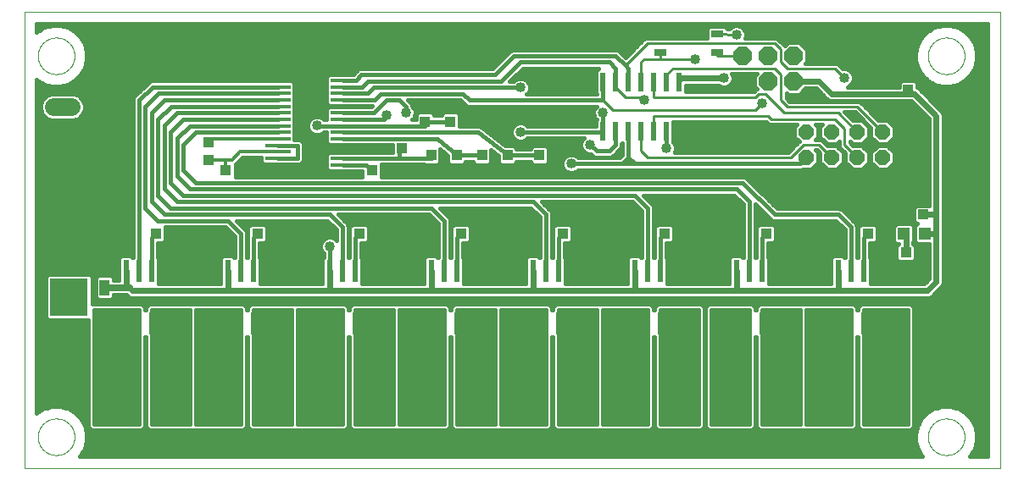
<source format=gtl>
G75*
%MOIN*%
%OFA0B0*%
%FSLAX25Y25*%
%IPPOS*%
%LPD*%
%AMOC8*
5,1,8,0,0,1.08239X$1,22.5*
%
%ADD10C,0.00000*%
%ADD11R,0.15000X0.15000*%
%ADD12R,0.09843X0.01654*%
%ADD13R,0.02400X0.08700*%
%ADD14C,0.07050*%
%ADD15R,0.04331X0.03937*%
%ADD16R,0.03937X0.04331*%
%ADD17R,0.02200X0.07800*%
%ADD18R,0.21260X0.24409*%
%ADD19R,0.03937X0.06299*%
%ADD20OC8,0.07400*%
%ADD21OC8,0.06000*%
%ADD22R,0.04724X0.03150*%
%ADD23R,0.04724X0.04724*%
%ADD24C,0.02400*%
%ADD25C,0.01600*%
%ADD26C,0.02000*%
%ADD27C,0.01000*%
%ADD28C,0.04000*%
%ADD29C,0.02500*%
%ADD30C,0.01200*%
%ADD31C,0.03962*%
D10*
X0002800Y0001800D02*
X0002800Y0181761D01*
X0386501Y0181761D01*
X0386501Y0001800D01*
X0002800Y0001800D01*
X0008100Y0014300D02*
X0008102Y0014477D01*
X0008109Y0014653D01*
X0008120Y0014830D01*
X0008135Y0015006D01*
X0008154Y0015181D01*
X0008178Y0015356D01*
X0008206Y0015531D01*
X0008238Y0015705D01*
X0008275Y0015878D01*
X0008316Y0016049D01*
X0008361Y0016220D01*
X0008410Y0016390D01*
X0008463Y0016559D01*
X0008521Y0016726D01*
X0008582Y0016891D01*
X0008648Y0017055D01*
X0008718Y0017218D01*
X0008791Y0017378D01*
X0008869Y0017537D01*
X0008950Y0017694D01*
X0009035Y0017849D01*
X0009124Y0018002D01*
X0009217Y0018152D01*
X0009313Y0018300D01*
X0009413Y0018446D01*
X0009517Y0018589D01*
X0009624Y0018730D01*
X0009734Y0018868D01*
X0009848Y0019003D01*
X0009965Y0019135D01*
X0010085Y0019265D01*
X0010209Y0019391D01*
X0010335Y0019515D01*
X0010465Y0019635D01*
X0010597Y0019752D01*
X0010732Y0019866D01*
X0010870Y0019976D01*
X0011011Y0020083D01*
X0011154Y0020187D01*
X0011300Y0020287D01*
X0011448Y0020383D01*
X0011598Y0020476D01*
X0011751Y0020565D01*
X0011906Y0020650D01*
X0012063Y0020731D01*
X0012222Y0020809D01*
X0012382Y0020882D01*
X0012545Y0020952D01*
X0012709Y0021018D01*
X0012874Y0021079D01*
X0013041Y0021137D01*
X0013210Y0021190D01*
X0013380Y0021239D01*
X0013551Y0021284D01*
X0013722Y0021325D01*
X0013895Y0021362D01*
X0014069Y0021394D01*
X0014244Y0021422D01*
X0014419Y0021446D01*
X0014594Y0021465D01*
X0014770Y0021480D01*
X0014947Y0021491D01*
X0015123Y0021498D01*
X0015300Y0021500D01*
X0015477Y0021498D01*
X0015653Y0021491D01*
X0015830Y0021480D01*
X0016006Y0021465D01*
X0016181Y0021446D01*
X0016356Y0021422D01*
X0016531Y0021394D01*
X0016705Y0021362D01*
X0016878Y0021325D01*
X0017049Y0021284D01*
X0017220Y0021239D01*
X0017390Y0021190D01*
X0017559Y0021137D01*
X0017726Y0021079D01*
X0017891Y0021018D01*
X0018055Y0020952D01*
X0018218Y0020882D01*
X0018378Y0020809D01*
X0018537Y0020731D01*
X0018694Y0020650D01*
X0018849Y0020565D01*
X0019002Y0020476D01*
X0019152Y0020383D01*
X0019300Y0020287D01*
X0019446Y0020187D01*
X0019589Y0020083D01*
X0019730Y0019976D01*
X0019868Y0019866D01*
X0020003Y0019752D01*
X0020135Y0019635D01*
X0020265Y0019515D01*
X0020391Y0019391D01*
X0020515Y0019265D01*
X0020635Y0019135D01*
X0020752Y0019003D01*
X0020866Y0018868D01*
X0020976Y0018730D01*
X0021083Y0018589D01*
X0021187Y0018446D01*
X0021287Y0018300D01*
X0021383Y0018152D01*
X0021476Y0018002D01*
X0021565Y0017849D01*
X0021650Y0017694D01*
X0021731Y0017537D01*
X0021809Y0017378D01*
X0021882Y0017218D01*
X0021952Y0017055D01*
X0022018Y0016891D01*
X0022079Y0016726D01*
X0022137Y0016559D01*
X0022190Y0016390D01*
X0022239Y0016220D01*
X0022284Y0016049D01*
X0022325Y0015878D01*
X0022362Y0015705D01*
X0022394Y0015531D01*
X0022422Y0015356D01*
X0022446Y0015181D01*
X0022465Y0015006D01*
X0022480Y0014830D01*
X0022491Y0014653D01*
X0022498Y0014477D01*
X0022500Y0014300D01*
X0022498Y0014123D01*
X0022491Y0013947D01*
X0022480Y0013770D01*
X0022465Y0013594D01*
X0022446Y0013419D01*
X0022422Y0013244D01*
X0022394Y0013069D01*
X0022362Y0012895D01*
X0022325Y0012722D01*
X0022284Y0012551D01*
X0022239Y0012380D01*
X0022190Y0012210D01*
X0022137Y0012041D01*
X0022079Y0011874D01*
X0022018Y0011709D01*
X0021952Y0011545D01*
X0021882Y0011382D01*
X0021809Y0011222D01*
X0021731Y0011063D01*
X0021650Y0010906D01*
X0021565Y0010751D01*
X0021476Y0010598D01*
X0021383Y0010448D01*
X0021287Y0010300D01*
X0021187Y0010154D01*
X0021083Y0010011D01*
X0020976Y0009870D01*
X0020866Y0009732D01*
X0020752Y0009597D01*
X0020635Y0009465D01*
X0020515Y0009335D01*
X0020391Y0009209D01*
X0020265Y0009085D01*
X0020135Y0008965D01*
X0020003Y0008848D01*
X0019868Y0008734D01*
X0019730Y0008624D01*
X0019589Y0008517D01*
X0019446Y0008413D01*
X0019300Y0008313D01*
X0019152Y0008217D01*
X0019002Y0008124D01*
X0018849Y0008035D01*
X0018694Y0007950D01*
X0018537Y0007869D01*
X0018378Y0007791D01*
X0018218Y0007718D01*
X0018055Y0007648D01*
X0017891Y0007582D01*
X0017726Y0007521D01*
X0017559Y0007463D01*
X0017390Y0007410D01*
X0017220Y0007361D01*
X0017049Y0007316D01*
X0016878Y0007275D01*
X0016705Y0007238D01*
X0016531Y0007206D01*
X0016356Y0007178D01*
X0016181Y0007154D01*
X0016006Y0007135D01*
X0015830Y0007120D01*
X0015653Y0007109D01*
X0015477Y0007102D01*
X0015300Y0007100D01*
X0015123Y0007102D01*
X0014947Y0007109D01*
X0014770Y0007120D01*
X0014594Y0007135D01*
X0014419Y0007154D01*
X0014244Y0007178D01*
X0014069Y0007206D01*
X0013895Y0007238D01*
X0013722Y0007275D01*
X0013551Y0007316D01*
X0013380Y0007361D01*
X0013210Y0007410D01*
X0013041Y0007463D01*
X0012874Y0007521D01*
X0012709Y0007582D01*
X0012545Y0007648D01*
X0012382Y0007718D01*
X0012222Y0007791D01*
X0012063Y0007869D01*
X0011906Y0007950D01*
X0011751Y0008035D01*
X0011598Y0008124D01*
X0011448Y0008217D01*
X0011300Y0008313D01*
X0011154Y0008413D01*
X0011011Y0008517D01*
X0010870Y0008624D01*
X0010732Y0008734D01*
X0010597Y0008848D01*
X0010465Y0008965D01*
X0010335Y0009085D01*
X0010209Y0009209D01*
X0010085Y0009335D01*
X0009965Y0009465D01*
X0009848Y0009597D01*
X0009734Y0009732D01*
X0009624Y0009870D01*
X0009517Y0010011D01*
X0009413Y0010154D01*
X0009313Y0010300D01*
X0009217Y0010448D01*
X0009124Y0010598D01*
X0009035Y0010751D01*
X0008950Y0010906D01*
X0008869Y0011063D01*
X0008791Y0011222D01*
X0008718Y0011382D01*
X0008648Y0011545D01*
X0008582Y0011709D01*
X0008521Y0011874D01*
X0008463Y0012041D01*
X0008410Y0012210D01*
X0008361Y0012380D01*
X0008316Y0012551D01*
X0008275Y0012722D01*
X0008238Y0012895D01*
X0008206Y0013069D01*
X0008178Y0013244D01*
X0008154Y0013419D01*
X0008135Y0013594D01*
X0008120Y0013770D01*
X0008109Y0013947D01*
X0008102Y0014123D01*
X0008100Y0014300D01*
X0008100Y0164300D02*
X0008102Y0164477D01*
X0008109Y0164653D01*
X0008120Y0164830D01*
X0008135Y0165006D01*
X0008154Y0165181D01*
X0008178Y0165356D01*
X0008206Y0165531D01*
X0008238Y0165705D01*
X0008275Y0165878D01*
X0008316Y0166049D01*
X0008361Y0166220D01*
X0008410Y0166390D01*
X0008463Y0166559D01*
X0008521Y0166726D01*
X0008582Y0166891D01*
X0008648Y0167055D01*
X0008718Y0167218D01*
X0008791Y0167378D01*
X0008869Y0167537D01*
X0008950Y0167694D01*
X0009035Y0167849D01*
X0009124Y0168002D01*
X0009217Y0168152D01*
X0009313Y0168300D01*
X0009413Y0168446D01*
X0009517Y0168589D01*
X0009624Y0168730D01*
X0009734Y0168868D01*
X0009848Y0169003D01*
X0009965Y0169135D01*
X0010085Y0169265D01*
X0010209Y0169391D01*
X0010335Y0169515D01*
X0010465Y0169635D01*
X0010597Y0169752D01*
X0010732Y0169866D01*
X0010870Y0169976D01*
X0011011Y0170083D01*
X0011154Y0170187D01*
X0011300Y0170287D01*
X0011448Y0170383D01*
X0011598Y0170476D01*
X0011751Y0170565D01*
X0011906Y0170650D01*
X0012063Y0170731D01*
X0012222Y0170809D01*
X0012382Y0170882D01*
X0012545Y0170952D01*
X0012709Y0171018D01*
X0012874Y0171079D01*
X0013041Y0171137D01*
X0013210Y0171190D01*
X0013380Y0171239D01*
X0013551Y0171284D01*
X0013722Y0171325D01*
X0013895Y0171362D01*
X0014069Y0171394D01*
X0014244Y0171422D01*
X0014419Y0171446D01*
X0014594Y0171465D01*
X0014770Y0171480D01*
X0014947Y0171491D01*
X0015123Y0171498D01*
X0015300Y0171500D01*
X0015477Y0171498D01*
X0015653Y0171491D01*
X0015830Y0171480D01*
X0016006Y0171465D01*
X0016181Y0171446D01*
X0016356Y0171422D01*
X0016531Y0171394D01*
X0016705Y0171362D01*
X0016878Y0171325D01*
X0017049Y0171284D01*
X0017220Y0171239D01*
X0017390Y0171190D01*
X0017559Y0171137D01*
X0017726Y0171079D01*
X0017891Y0171018D01*
X0018055Y0170952D01*
X0018218Y0170882D01*
X0018378Y0170809D01*
X0018537Y0170731D01*
X0018694Y0170650D01*
X0018849Y0170565D01*
X0019002Y0170476D01*
X0019152Y0170383D01*
X0019300Y0170287D01*
X0019446Y0170187D01*
X0019589Y0170083D01*
X0019730Y0169976D01*
X0019868Y0169866D01*
X0020003Y0169752D01*
X0020135Y0169635D01*
X0020265Y0169515D01*
X0020391Y0169391D01*
X0020515Y0169265D01*
X0020635Y0169135D01*
X0020752Y0169003D01*
X0020866Y0168868D01*
X0020976Y0168730D01*
X0021083Y0168589D01*
X0021187Y0168446D01*
X0021287Y0168300D01*
X0021383Y0168152D01*
X0021476Y0168002D01*
X0021565Y0167849D01*
X0021650Y0167694D01*
X0021731Y0167537D01*
X0021809Y0167378D01*
X0021882Y0167218D01*
X0021952Y0167055D01*
X0022018Y0166891D01*
X0022079Y0166726D01*
X0022137Y0166559D01*
X0022190Y0166390D01*
X0022239Y0166220D01*
X0022284Y0166049D01*
X0022325Y0165878D01*
X0022362Y0165705D01*
X0022394Y0165531D01*
X0022422Y0165356D01*
X0022446Y0165181D01*
X0022465Y0165006D01*
X0022480Y0164830D01*
X0022491Y0164653D01*
X0022498Y0164477D01*
X0022500Y0164300D01*
X0022498Y0164123D01*
X0022491Y0163947D01*
X0022480Y0163770D01*
X0022465Y0163594D01*
X0022446Y0163419D01*
X0022422Y0163244D01*
X0022394Y0163069D01*
X0022362Y0162895D01*
X0022325Y0162722D01*
X0022284Y0162551D01*
X0022239Y0162380D01*
X0022190Y0162210D01*
X0022137Y0162041D01*
X0022079Y0161874D01*
X0022018Y0161709D01*
X0021952Y0161545D01*
X0021882Y0161382D01*
X0021809Y0161222D01*
X0021731Y0161063D01*
X0021650Y0160906D01*
X0021565Y0160751D01*
X0021476Y0160598D01*
X0021383Y0160448D01*
X0021287Y0160300D01*
X0021187Y0160154D01*
X0021083Y0160011D01*
X0020976Y0159870D01*
X0020866Y0159732D01*
X0020752Y0159597D01*
X0020635Y0159465D01*
X0020515Y0159335D01*
X0020391Y0159209D01*
X0020265Y0159085D01*
X0020135Y0158965D01*
X0020003Y0158848D01*
X0019868Y0158734D01*
X0019730Y0158624D01*
X0019589Y0158517D01*
X0019446Y0158413D01*
X0019300Y0158313D01*
X0019152Y0158217D01*
X0019002Y0158124D01*
X0018849Y0158035D01*
X0018694Y0157950D01*
X0018537Y0157869D01*
X0018378Y0157791D01*
X0018218Y0157718D01*
X0018055Y0157648D01*
X0017891Y0157582D01*
X0017726Y0157521D01*
X0017559Y0157463D01*
X0017390Y0157410D01*
X0017220Y0157361D01*
X0017049Y0157316D01*
X0016878Y0157275D01*
X0016705Y0157238D01*
X0016531Y0157206D01*
X0016356Y0157178D01*
X0016181Y0157154D01*
X0016006Y0157135D01*
X0015830Y0157120D01*
X0015653Y0157109D01*
X0015477Y0157102D01*
X0015300Y0157100D01*
X0015123Y0157102D01*
X0014947Y0157109D01*
X0014770Y0157120D01*
X0014594Y0157135D01*
X0014419Y0157154D01*
X0014244Y0157178D01*
X0014069Y0157206D01*
X0013895Y0157238D01*
X0013722Y0157275D01*
X0013551Y0157316D01*
X0013380Y0157361D01*
X0013210Y0157410D01*
X0013041Y0157463D01*
X0012874Y0157521D01*
X0012709Y0157582D01*
X0012545Y0157648D01*
X0012382Y0157718D01*
X0012222Y0157791D01*
X0012063Y0157869D01*
X0011906Y0157950D01*
X0011751Y0158035D01*
X0011598Y0158124D01*
X0011448Y0158217D01*
X0011300Y0158313D01*
X0011154Y0158413D01*
X0011011Y0158517D01*
X0010870Y0158624D01*
X0010732Y0158734D01*
X0010597Y0158848D01*
X0010465Y0158965D01*
X0010335Y0159085D01*
X0010209Y0159209D01*
X0010085Y0159335D01*
X0009965Y0159465D01*
X0009848Y0159597D01*
X0009734Y0159732D01*
X0009624Y0159870D01*
X0009517Y0160011D01*
X0009413Y0160154D01*
X0009313Y0160300D01*
X0009217Y0160448D01*
X0009124Y0160598D01*
X0009035Y0160751D01*
X0008950Y0160906D01*
X0008869Y0161063D01*
X0008791Y0161222D01*
X0008718Y0161382D01*
X0008648Y0161545D01*
X0008582Y0161709D01*
X0008521Y0161874D01*
X0008463Y0162041D01*
X0008410Y0162210D01*
X0008361Y0162380D01*
X0008316Y0162551D01*
X0008275Y0162722D01*
X0008238Y0162895D01*
X0008206Y0163069D01*
X0008178Y0163244D01*
X0008154Y0163419D01*
X0008135Y0163594D01*
X0008120Y0163770D01*
X0008109Y0163947D01*
X0008102Y0164123D01*
X0008100Y0164300D01*
X0358100Y0164300D02*
X0358102Y0164477D01*
X0358109Y0164653D01*
X0358120Y0164830D01*
X0358135Y0165006D01*
X0358154Y0165181D01*
X0358178Y0165356D01*
X0358206Y0165531D01*
X0358238Y0165705D01*
X0358275Y0165878D01*
X0358316Y0166049D01*
X0358361Y0166220D01*
X0358410Y0166390D01*
X0358463Y0166559D01*
X0358521Y0166726D01*
X0358582Y0166891D01*
X0358648Y0167055D01*
X0358718Y0167218D01*
X0358791Y0167378D01*
X0358869Y0167537D01*
X0358950Y0167694D01*
X0359035Y0167849D01*
X0359124Y0168002D01*
X0359217Y0168152D01*
X0359313Y0168300D01*
X0359413Y0168446D01*
X0359517Y0168589D01*
X0359624Y0168730D01*
X0359734Y0168868D01*
X0359848Y0169003D01*
X0359965Y0169135D01*
X0360085Y0169265D01*
X0360209Y0169391D01*
X0360335Y0169515D01*
X0360465Y0169635D01*
X0360597Y0169752D01*
X0360732Y0169866D01*
X0360870Y0169976D01*
X0361011Y0170083D01*
X0361154Y0170187D01*
X0361300Y0170287D01*
X0361448Y0170383D01*
X0361598Y0170476D01*
X0361751Y0170565D01*
X0361906Y0170650D01*
X0362063Y0170731D01*
X0362222Y0170809D01*
X0362382Y0170882D01*
X0362545Y0170952D01*
X0362709Y0171018D01*
X0362874Y0171079D01*
X0363041Y0171137D01*
X0363210Y0171190D01*
X0363380Y0171239D01*
X0363551Y0171284D01*
X0363722Y0171325D01*
X0363895Y0171362D01*
X0364069Y0171394D01*
X0364244Y0171422D01*
X0364419Y0171446D01*
X0364594Y0171465D01*
X0364770Y0171480D01*
X0364947Y0171491D01*
X0365123Y0171498D01*
X0365300Y0171500D01*
X0365477Y0171498D01*
X0365653Y0171491D01*
X0365830Y0171480D01*
X0366006Y0171465D01*
X0366181Y0171446D01*
X0366356Y0171422D01*
X0366531Y0171394D01*
X0366705Y0171362D01*
X0366878Y0171325D01*
X0367049Y0171284D01*
X0367220Y0171239D01*
X0367390Y0171190D01*
X0367559Y0171137D01*
X0367726Y0171079D01*
X0367891Y0171018D01*
X0368055Y0170952D01*
X0368218Y0170882D01*
X0368378Y0170809D01*
X0368537Y0170731D01*
X0368694Y0170650D01*
X0368849Y0170565D01*
X0369002Y0170476D01*
X0369152Y0170383D01*
X0369300Y0170287D01*
X0369446Y0170187D01*
X0369589Y0170083D01*
X0369730Y0169976D01*
X0369868Y0169866D01*
X0370003Y0169752D01*
X0370135Y0169635D01*
X0370265Y0169515D01*
X0370391Y0169391D01*
X0370515Y0169265D01*
X0370635Y0169135D01*
X0370752Y0169003D01*
X0370866Y0168868D01*
X0370976Y0168730D01*
X0371083Y0168589D01*
X0371187Y0168446D01*
X0371287Y0168300D01*
X0371383Y0168152D01*
X0371476Y0168002D01*
X0371565Y0167849D01*
X0371650Y0167694D01*
X0371731Y0167537D01*
X0371809Y0167378D01*
X0371882Y0167218D01*
X0371952Y0167055D01*
X0372018Y0166891D01*
X0372079Y0166726D01*
X0372137Y0166559D01*
X0372190Y0166390D01*
X0372239Y0166220D01*
X0372284Y0166049D01*
X0372325Y0165878D01*
X0372362Y0165705D01*
X0372394Y0165531D01*
X0372422Y0165356D01*
X0372446Y0165181D01*
X0372465Y0165006D01*
X0372480Y0164830D01*
X0372491Y0164653D01*
X0372498Y0164477D01*
X0372500Y0164300D01*
X0372498Y0164123D01*
X0372491Y0163947D01*
X0372480Y0163770D01*
X0372465Y0163594D01*
X0372446Y0163419D01*
X0372422Y0163244D01*
X0372394Y0163069D01*
X0372362Y0162895D01*
X0372325Y0162722D01*
X0372284Y0162551D01*
X0372239Y0162380D01*
X0372190Y0162210D01*
X0372137Y0162041D01*
X0372079Y0161874D01*
X0372018Y0161709D01*
X0371952Y0161545D01*
X0371882Y0161382D01*
X0371809Y0161222D01*
X0371731Y0161063D01*
X0371650Y0160906D01*
X0371565Y0160751D01*
X0371476Y0160598D01*
X0371383Y0160448D01*
X0371287Y0160300D01*
X0371187Y0160154D01*
X0371083Y0160011D01*
X0370976Y0159870D01*
X0370866Y0159732D01*
X0370752Y0159597D01*
X0370635Y0159465D01*
X0370515Y0159335D01*
X0370391Y0159209D01*
X0370265Y0159085D01*
X0370135Y0158965D01*
X0370003Y0158848D01*
X0369868Y0158734D01*
X0369730Y0158624D01*
X0369589Y0158517D01*
X0369446Y0158413D01*
X0369300Y0158313D01*
X0369152Y0158217D01*
X0369002Y0158124D01*
X0368849Y0158035D01*
X0368694Y0157950D01*
X0368537Y0157869D01*
X0368378Y0157791D01*
X0368218Y0157718D01*
X0368055Y0157648D01*
X0367891Y0157582D01*
X0367726Y0157521D01*
X0367559Y0157463D01*
X0367390Y0157410D01*
X0367220Y0157361D01*
X0367049Y0157316D01*
X0366878Y0157275D01*
X0366705Y0157238D01*
X0366531Y0157206D01*
X0366356Y0157178D01*
X0366181Y0157154D01*
X0366006Y0157135D01*
X0365830Y0157120D01*
X0365653Y0157109D01*
X0365477Y0157102D01*
X0365300Y0157100D01*
X0365123Y0157102D01*
X0364947Y0157109D01*
X0364770Y0157120D01*
X0364594Y0157135D01*
X0364419Y0157154D01*
X0364244Y0157178D01*
X0364069Y0157206D01*
X0363895Y0157238D01*
X0363722Y0157275D01*
X0363551Y0157316D01*
X0363380Y0157361D01*
X0363210Y0157410D01*
X0363041Y0157463D01*
X0362874Y0157521D01*
X0362709Y0157582D01*
X0362545Y0157648D01*
X0362382Y0157718D01*
X0362222Y0157791D01*
X0362063Y0157869D01*
X0361906Y0157950D01*
X0361751Y0158035D01*
X0361598Y0158124D01*
X0361448Y0158217D01*
X0361300Y0158313D01*
X0361154Y0158413D01*
X0361011Y0158517D01*
X0360870Y0158624D01*
X0360732Y0158734D01*
X0360597Y0158848D01*
X0360465Y0158965D01*
X0360335Y0159085D01*
X0360209Y0159209D01*
X0360085Y0159335D01*
X0359965Y0159465D01*
X0359848Y0159597D01*
X0359734Y0159732D01*
X0359624Y0159870D01*
X0359517Y0160011D01*
X0359413Y0160154D01*
X0359313Y0160300D01*
X0359217Y0160448D01*
X0359124Y0160598D01*
X0359035Y0160751D01*
X0358950Y0160906D01*
X0358869Y0161063D01*
X0358791Y0161222D01*
X0358718Y0161382D01*
X0358648Y0161545D01*
X0358582Y0161709D01*
X0358521Y0161874D01*
X0358463Y0162041D01*
X0358410Y0162210D01*
X0358361Y0162380D01*
X0358316Y0162551D01*
X0358275Y0162722D01*
X0358238Y0162895D01*
X0358206Y0163069D01*
X0358178Y0163244D01*
X0358154Y0163419D01*
X0358135Y0163594D01*
X0358120Y0163770D01*
X0358109Y0163947D01*
X0358102Y0164123D01*
X0358100Y0164300D01*
X0358100Y0014300D02*
X0358102Y0014477D01*
X0358109Y0014653D01*
X0358120Y0014830D01*
X0358135Y0015006D01*
X0358154Y0015181D01*
X0358178Y0015356D01*
X0358206Y0015531D01*
X0358238Y0015705D01*
X0358275Y0015878D01*
X0358316Y0016049D01*
X0358361Y0016220D01*
X0358410Y0016390D01*
X0358463Y0016559D01*
X0358521Y0016726D01*
X0358582Y0016891D01*
X0358648Y0017055D01*
X0358718Y0017218D01*
X0358791Y0017378D01*
X0358869Y0017537D01*
X0358950Y0017694D01*
X0359035Y0017849D01*
X0359124Y0018002D01*
X0359217Y0018152D01*
X0359313Y0018300D01*
X0359413Y0018446D01*
X0359517Y0018589D01*
X0359624Y0018730D01*
X0359734Y0018868D01*
X0359848Y0019003D01*
X0359965Y0019135D01*
X0360085Y0019265D01*
X0360209Y0019391D01*
X0360335Y0019515D01*
X0360465Y0019635D01*
X0360597Y0019752D01*
X0360732Y0019866D01*
X0360870Y0019976D01*
X0361011Y0020083D01*
X0361154Y0020187D01*
X0361300Y0020287D01*
X0361448Y0020383D01*
X0361598Y0020476D01*
X0361751Y0020565D01*
X0361906Y0020650D01*
X0362063Y0020731D01*
X0362222Y0020809D01*
X0362382Y0020882D01*
X0362545Y0020952D01*
X0362709Y0021018D01*
X0362874Y0021079D01*
X0363041Y0021137D01*
X0363210Y0021190D01*
X0363380Y0021239D01*
X0363551Y0021284D01*
X0363722Y0021325D01*
X0363895Y0021362D01*
X0364069Y0021394D01*
X0364244Y0021422D01*
X0364419Y0021446D01*
X0364594Y0021465D01*
X0364770Y0021480D01*
X0364947Y0021491D01*
X0365123Y0021498D01*
X0365300Y0021500D01*
X0365477Y0021498D01*
X0365653Y0021491D01*
X0365830Y0021480D01*
X0366006Y0021465D01*
X0366181Y0021446D01*
X0366356Y0021422D01*
X0366531Y0021394D01*
X0366705Y0021362D01*
X0366878Y0021325D01*
X0367049Y0021284D01*
X0367220Y0021239D01*
X0367390Y0021190D01*
X0367559Y0021137D01*
X0367726Y0021079D01*
X0367891Y0021018D01*
X0368055Y0020952D01*
X0368218Y0020882D01*
X0368378Y0020809D01*
X0368537Y0020731D01*
X0368694Y0020650D01*
X0368849Y0020565D01*
X0369002Y0020476D01*
X0369152Y0020383D01*
X0369300Y0020287D01*
X0369446Y0020187D01*
X0369589Y0020083D01*
X0369730Y0019976D01*
X0369868Y0019866D01*
X0370003Y0019752D01*
X0370135Y0019635D01*
X0370265Y0019515D01*
X0370391Y0019391D01*
X0370515Y0019265D01*
X0370635Y0019135D01*
X0370752Y0019003D01*
X0370866Y0018868D01*
X0370976Y0018730D01*
X0371083Y0018589D01*
X0371187Y0018446D01*
X0371287Y0018300D01*
X0371383Y0018152D01*
X0371476Y0018002D01*
X0371565Y0017849D01*
X0371650Y0017694D01*
X0371731Y0017537D01*
X0371809Y0017378D01*
X0371882Y0017218D01*
X0371952Y0017055D01*
X0372018Y0016891D01*
X0372079Y0016726D01*
X0372137Y0016559D01*
X0372190Y0016390D01*
X0372239Y0016220D01*
X0372284Y0016049D01*
X0372325Y0015878D01*
X0372362Y0015705D01*
X0372394Y0015531D01*
X0372422Y0015356D01*
X0372446Y0015181D01*
X0372465Y0015006D01*
X0372480Y0014830D01*
X0372491Y0014653D01*
X0372498Y0014477D01*
X0372500Y0014300D01*
X0372498Y0014123D01*
X0372491Y0013947D01*
X0372480Y0013770D01*
X0372465Y0013594D01*
X0372446Y0013419D01*
X0372422Y0013244D01*
X0372394Y0013069D01*
X0372362Y0012895D01*
X0372325Y0012722D01*
X0372284Y0012551D01*
X0372239Y0012380D01*
X0372190Y0012210D01*
X0372137Y0012041D01*
X0372079Y0011874D01*
X0372018Y0011709D01*
X0371952Y0011545D01*
X0371882Y0011382D01*
X0371809Y0011222D01*
X0371731Y0011063D01*
X0371650Y0010906D01*
X0371565Y0010751D01*
X0371476Y0010598D01*
X0371383Y0010448D01*
X0371287Y0010300D01*
X0371187Y0010154D01*
X0371083Y0010011D01*
X0370976Y0009870D01*
X0370866Y0009732D01*
X0370752Y0009597D01*
X0370635Y0009465D01*
X0370515Y0009335D01*
X0370391Y0009209D01*
X0370265Y0009085D01*
X0370135Y0008965D01*
X0370003Y0008848D01*
X0369868Y0008734D01*
X0369730Y0008624D01*
X0369589Y0008517D01*
X0369446Y0008413D01*
X0369300Y0008313D01*
X0369152Y0008217D01*
X0369002Y0008124D01*
X0368849Y0008035D01*
X0368694Y0007950D01*
X0368537Y0007869D01*
X0368378Y0007791D01*
X0368218Y0007718D01*
X0368055Y0007648D01*
X0367891Y0007582D01*
X0367726Y0007521D01*
X0367559Y0007463D01*
X0367390Y0007410D01*
X0367220Y0007361D01*
X0367049Y0007316D01*
X0366878Y0007275D01*
X0366705Y0007238D01*
X0366531Y0007206D01*
X0366356Y0007178D01*
X0366181Y0007154D01*
X0366006Y0007135D01*
X0365830Y0007120D01*
X0365653Y0007109D01*
X0365477Y0007102D01*
X0365300Y0007100D01*
X0365123Y0007102D01*
X0364947Y0007109D01*
X0364770Y0007120D01*
X0364594Y0007135D01*
X0364419Y0007154D01*
X0364244Y0007178D01*
X0364069Y0007206D01*
X0363895Y0007238D01*
X0363722Y0007275D01*
X0363551Y0007316D01*
X0363380Y0007361D01*
X0363210Y0007410D01*
X0363041Y0007463D01*
X0362874Y0007521D01*
X0362709Y0007582D01*
X0362545Y0007648D01*
X0362382Y0007718D01*
X0362222Y0007791D01*
X0362063Y0007869D01*
X0361906Y0007950D01*
X0361751Y0008035D01*
X0361598Y0008124D01*
X0361448Y0008217D01*
X0361300Y0008313D01*
X0361154Y0008413D01*
X0361011Y0008517D01*
X0360870Y0008624D01*
X0360732Y0008734D01*
X0360597Y0008848D01*
X0360465Y0008965D01*
X0360335Y0009085D01*
X0360209Y0009209D01*
X0360085Y0009335D01*
X0359965Y0009465D01*
X0359848Y0009597D01*
X0359734Y0009732D01*
X0359624Y0009870D01*
X0359517Y0010011D01*
X0359413Y0010154D01*
X0359313Y0010300D01*
X0359217Y0010448D01*
X0359124Y0010598D01*
X0359035Y0010751D01*
X0358950Y0010906D01*
X0358869Y0011063D01*
X0358791Y0011222D01*
X0358718Y0011382D01*
X0358648Y0011545D01*
X0358582Y0011709D01*
X0358521Y0011874D01*
X0358463Y0012041D01*
X0358410Y0012210D01*
X0358361Y0012380D01*
X0358316Y0012551D01*
X0358275Y0012722D01*
X0358238Y0012895D01*
X0358206Y0013069D01*
X0358178Y0013244D01*
X0358154Y0013419D01*
X0358135Y0013594D01*
X0358120Y0013770D01*
X0358109Y0013947D01*
X0358102Y0014123D01*
X0358100Y0014300D01*
D11*
X0020300Y0069300D03*
D12*
X0102505Y0121387D03*
X0102505Y0123946D03*
X0102505Y0126505D03*
X0102505Y0129064D03*
X0102505Y0131623D03*
X0102505Y0134182D03*
X0102505Y0136741D03*
X0102505Y0139300D03*
X0102505Y0141859D03*
X0102505Y0144418D03*
X0102505Y0146977D03*
X0102505Y0149536D03*
X0102505Y0152095D03*
X0102505Y0154654D03*
X0128095Y0154654D03*
X0128095Y0152095D03*
X0128095Y0149536D03*
X0128095Y0146977D03*
X0128095Y0144418D03*
X0128095Y0141859D03*
X0128095Y0139300D03*
X0128095Y0136741D03*
X0128095Y0134182D03*
X0128095Y0131623D03*
X0128095Y0129064D03*
X0128095Y0126505D03*
X0128095Y0123946D03*
X0128095Y0121387D03*
D13*
X0127800Y0079600D03*
X0122800Y0079600D03*
X0132800Y0079600D03*
X0137800Y0079600D03*
X0162800Y0079600D03*
X0167800Y0079600D03*
X0172800Y0079600D03*
X0177800Y0079600D03*
X0202800Y0079600D03*
X0207800Y0079600D03*
X0212800Y0079600D03*
X0217800Y0079600D03*
X0242800Y0079600D03*
X0247800Y0079600D03*
X0252800Y0079600D03*
X0257800Y0079600D03*
X0282800Y0079600D03*
X0287800Y0079600D03*
X0292800Y0079600D03*
X0297800Y0079600D03*
X0322800Y0079600D03*
X0327800Y0079600D03*
X0332800Y0079600D03*
X0337800Y0079600D03*
X0337800Y0059000D03*
X0332800Y0059000D03*
X0327800Y0059000D03*
X0322800Y0059000D03*
X0297800Y0059000D03*
X0292800Y0059000D03*
X0287800Y0059000D03*
X0282800Y0059000D03*
X0257800Y0059000D03*
X0252800Y0059000D03*
X0247800Y0059000D03*
X0242800Y0059000D03*
X0217800Y0059000D03*
X0212800Y0059000D03*
X0207800Y0059000D03*
X0202800Y0059000D03*
X0177800Y0059000D03*
X0172800Y0059000D03*
X0167800Y0059000D03*
X0162800Y0059000D03*
X0137800Y0059000D03*
X0132800Y0059000D03*
X0127800Y0059000D03*
X0122800Y0059000D03*
X0097800Y0059000D03*
X0092800Y0059000D03*
X0087800Y0059000D03*
X0082800Y0059000D03*
X0057800Y0059000D03*
X0052800Y0059000D03*
X0047800Y0059000D03*
X0042800Y0059000D03*
X0042800Y0079600D03*
X0047800Y0079600D03*
X0052800Y0079600D03*
X0057800Y0079600D03*
X0082800Y0079600D03*
X0087800Y0079600D03*
X0092800Y0079600D03*
X0097800Y0079600D03*
D14*
X0100143Y0037825D02*
X0100143Y0030775D01*
X0080457Y0030775D02*
X0080457Y0037825D01*
X0060143Y0037825D02*
X0060143Y0030775D01*
X0040457Y0030775D02*
X0040457Y0037825D01*
X0120457Y0037825D02*
X0120457Y0030775D01*
X0140143Y0030775D02*
X0140143Y0037825D01*
X0160457Y0037825D02*
X0160457Y0030775D01*
X0180143Y0030775D02*
X0180143Y0037825D01*
X0200457Y0037825D02*
X0200457Y0030775D01*
X0220143Y0030775D02*
X0220143Y0037825D01*
X0240457Y0037825D02*
X0240457Y0030775D01*
X0260143Y0030775D02*
X0260143Y0037825D01*
X0280457Y0037825D02*
X0280457Y0030775D01*
X0300143Y0030775D02*
X0300143Y0037825D01*
X0320457Y0037825D02*
X0320457Y0030775D01*
X0340143Y0030775D02*
X0340143Y0037825D01*
X0021325Y0124457D02*
X0014275Y0124457D01*
X0014275Y0144143D02*
X0021325Y0144143D01*
D15*
X0081954Y0119300D03*
X0088646Y0119300D03*
X0139454Y0119300D03*
X0146146Y0119300D03*
X0144454Y0127800D03*
X0151146Y0127800D03*
X0141146Y0094300D03*
X0134454Y0094300D03*
X0101146Y0094300D03*
X0094454Y0094300D03*
X0061146Y0094300D03*
X0054454Y0094300D03*
X0174454Y0094300D03*
X0181146Y0094300D03*
X0214454Y0094300D03*
X0221146Y0094300D03*
X0254454Y0094300D03*
X0261146Y0094300D03*
X0294454Y0094300D03*
X0301146Y0094300D03*
X0334454Y0094300D03*
X0341146Y0094300D03*
X0349454Y0086800D03*
X0356146Y0086800D03*
X0356146Y0101800D03*
X0349454Y0101800D03*
D16*
X0350300Y0150954D03*
X0350300Y0157646D03*
X0205300Y0125146D03*
X0192800Y0125146D03*
X0182800Y0125146D03*
X0172800Y0125146D03*
X0162800Y0125146D03*
X0162800Y0118454D03*
X0172800Y0118454D03*
X0182800Y0118454D03*
X0192800Y0118454D03*
X0205300Y0118454D03*
X0170300Y0138454D03*
X0160300Y0138454D03*
X0160300Y0145146D03*
X0170300Y0145146D03*
X0075300Y0130146D03*
X0075300Y0123454D03*
X0020300Y0065146D03*
X0020300Y0058454D03*
D17*
X0230300Y0134600D03*
X0235300Y0134600D03*
X0240300Y0134600D03*
X0245300Y0134600D03*
X0250300Y0134600D03*
X0255300Y0134600D03*
X0260300Y0134600D03*
X0260300Y0154000D03*
X0255300Y0154000D03*
X0250300Y0154000D03*
X0245300Y0154000D03*
X0240300Y0154000D03*
X0235300Y0154000D03*
X0230300Y0154000D03*
D18*
X0025300Y0101800D03*
D19*
X0016324Y0073060D03*
X0034276Y0073060D03*
D20*
X0285300Y0154300D03*
X0295300Y0154300D03*
X0305300Y0154300D03*
X0305300Y0164300D03*
X0295300Y0164300D03*
X0285300Y0164300D03*
D21*
X0310300Y0134300D03*
X0320300Y0134300D03*
X0330300Y0134300D03*
X0340300Y0134300D03*
X0340300Y0124300D03*
X0330300Y0124300D03*
X0320300Y0124300D03*
X0310300Y0124300D03*
D22*
X0275300Y0165757D03*
X0275300Y0172843D03*
X0252800Y0172843D03*
X0252800Y0165757D03*
D23*
X0348666Y0094300D03*
X0356934Y0094300D03*
D24*
X0361324Y0094300D01*
X0361324Y0075324D01*
X0357800Y0071800D01*
X0322800Y0071800D01*
X0282800Y0071800D01*
X0242800Y0071800D01*
X0202800Y0071800D01*
X0162800Y0071800D01*
X0122800Y0071800D01*
X0082800Y0071800D01*
X0045300Y0071800D01*
X0044050Y0073050D01*
X0042800Y0074300D01*
X0042800Y0079600D01*
X0025300Y0074300D02*
X0024060Y0073060D01*
X0016324Y0073060D01*
X0082800Y0071800D02*
X0082800Y0079600D01*
X0122800Y0079600D02*
X0122800Y0071800D01*
X0162800Y0071800D02*
X0162800Y0079600D01*
X0202800Y0079600D02*
X0202800Y0071800D01*
X0242800Y0071800D02*
X0242800Y0079600D01*
X0282800Y0079600D02*
X0282800Y0071800D01*
X0322800Y0071800D02*
X0322800Y0079600D01*
X0349454Y0086800D02*
X0349454Y0093513D01*
X0348666Y0094300D01*
X0361324Y0094300D02*
X0361324Y0101800D01*
X0356146Y0101800D01*
X0361324Y0101800D02*
X0361324Y0140776D01*
X0352800Y0149300D01*
X0320300Y0149300D01*
X0315300Y0154300D01*
X0305300Y0154300D01*
X0277800Y0155550D02*
X0261550Y0155550D01*
D25*
X0263000Y0152750D02*
X0263000Y0150150D01*
X0289430Y0150150D01*
X0289450Y0150170D01*
X0290680Y0151400D01*
X0290705Y0151400D01*
X0290000Y0152105D01*
X0290000Y0156495D01*
X0290705Y0157200D01*
X0281013Y0157200D01*
X0281400Y0156266D01*
X0281400Y0154834D01*
X0280852Y0153511D01*
X0279839Y0152498D01*
X0278516Y0151950D01*
X0277084Y0151950D01*
X0275761Y0152498D01*
X0275509Y0152750D01*
X0263000Y0152750D01*
X0263000Y0152060D02*
X0276818Y0152060D01*
X0278782Y0152060D02*
X0290045Y0152060D01*
X0290000Y0153659D02*
X0280913Y0153659D01*
X0281400Y0155257D02*
X0290000Y0155257D01*
X0290360Y0156856D02*
X0281156Y0156856D01*
X0289742Y0150462D02*
X0263000Y0150462D01*
X0240300Y0154000D02*
X0240300Y0159300D01*
X0239050Y0160550D01*
X0235300Y0164300D01*
X0195300Y0164300D01*
X0187800Y0156800D01*
X0135300Y0156800D01*
X0133154Y0154654D01*
X0128095Y0154654D01*
X0132187Y0157081D02*
X0122511Y0157081D01*
X0121574Y0156144D01*
X0121574Y0145488D01*
X0122511Y0144550D01*
X0133679Y0144550D01*
X0133706Y0144577D01*
X0139683Y0144577D01*
X0139365Y0144259D01*
X0133706Y0144259D01*
X0133679Y0144286D01*
X0122511Y0144286D01*
X0121574Y0143349D01*
X0121574Y0139141D01*
X0120550Y0139141D01*
X0119839Y0139852D01*
X0118516Y0140400D01*
X0117084Y0140400D01*
X0115761Y0139852D01*
X0114748Y0138839D01*
X0114200Y0137516D01*
X0114200Y0136084D01*
X0114748Y0134761D01*
X0115761Y0133748D01*
X0117084Y0133200D01*
X0118516Y0133200D01*
X0119839Y0133748D01*
X0120432Y0134341D01*
X0121574Y0134341D01*
X0121574Y0130133D01*
X0122511Y0129196D01*
X0133679Y0129196D01*
X0133706Y0129223D01*
X0147381Y0129223D01*
X0147381Y0126346D01*
X0133706Y0126346D01*
X0133679Y0126372D01*
X0122511Y0126372D01*
X0121574Y0125435D01*
X0121574Y0119897D01*
X0122511Y0118960D01*
X0133679Y0118960D01*
X0133706Y0118987D01*
X0135688Y0118987D01*
X0135688Y0116700D01*
X0085719Y0116700D01*
X0085719Y0121608D01*
X0088416Y0124305D01*
X0095983Y0124305D01*
X0095983Y0122456D01*
X0096921Y0121519D01*
X0108089Y0121519D01*
X0108115Y0121546D01*
X0110777Y0121546D01*
X0111659Y0121911D01*
X0112335Y0122586D01*
X0112700Y0123468D01*
X0112700Y0129541D01*
X0112335Y0130423D01*
X0111659Y0131098D01*
X0110777Y0131464D01*
X0109026Y0131464D01*
X0109026Y0153585D01*
X0108089Y0154522D01*
X0096921Y0154522D01*
X0096894Y0154495D01*
X0052618Y0154495D01*
X0051736Y0154130D01*
X0046441Y0148835D01*
X0045765Y0148159D01*
X0045400Y0147277D01*
X0045400Y0085013D01*
X0045300Y0084913D01*
X0044663Y0085550D01*
X0040937Y0085550D01*
X0040000Y0084613D01*
X0040000Y0075910D01*
X0037845Y0075910D01*
X0037845Y0076872D01*
X0036908Y0077809D01*
X0031645Y0077809D01*
X0030708Y0076872D01*
X0030708Y0069247D01*
X0031645Y0068310D01*
X0036908Y0068310D01*
X0037845Y0069247D01*
X0037845Y0070210D01*
X0042930Y0070210D01*
X0043714Y0069426D01*
X0044743Y0069000D01*
X0358357Y0069000D01*
X0359386Y0069426D01*
X0362910Y0072950D01*
X0363697Y0073738D01*
X0364124Y0074767D01*
X0364124Y0141333D01*
X0363697Y0142362D01*
X0354386Y0151674D01*
X0353868Y0151888D01*
X0353868Y0153782D01*
X0352931Y0154719D01*
X0347669Y0154719D01*
X0346731Y0153782D01*
X0346731Y0152100D01*
X0326378Y0152100D01*
X0327339Y0152498D01*
X0328352Y0153511D01*
X0328900Y0154834D01*
X0328900Y0156266D01*
X0328352Y0157589D01*
X0327339Y0158602D01*
X0326016Y0159150D01*
X0324670Y0159150D01*
X0323650Y0160170D01*
X0322420Y0161400D01*
X0309895Y0161400D01*
X0310600Y0162105D01*
X0310600Y0166495D01*
X0307495Y0169600D01*
X0303105Y0169600D01*
X0301787Y0168283D01*
X0298670Y0171400D01*
X0286180Y0171400D01*
X0286400Y0171930D01*
X0286400Y0173363D01*
X0285852Y0174686D01*
X0284839Y0175698D01*
X0283516Y0176246D01*
X0282084Y0176246D01*
X0280761Y0175698D01*
X0279886Y0174824D01*
X0279262Y0174840D01*
X0279262Y0175081D01*
X0278325Y0176018D01*
X0272275Y0176018D01*
X0271338Y0175081D01*
X0271338Y0171400D01*
X0246930Y0171400D01*
X0245700Y0170170D01*
X0239262Y0163732D01*
X0236659Y0166335D01*
X0235777Y0166700D01*
X0194823Y0166700D01*
X0193941Y0166335D01*
X0193265Y0165659D01*
X0186806Y0159200D01*
X0134823Y0159200D01*
X0133941Y0158835D01*
X0133265Y0158159D01*
X0132187Y0157081D01*
X0133560Y0158454D02*
X0025781Y0158454D01*
X0026482Y0159668D02*
X0027300Y0162720D01*
X0027300Y0165880D01*
X0026482Y0168932D01*
X0024902Y0171668D01*
X0022668Y0173902D01*
X0019932Y0175482D01*
X0016880Y0176300D01*
X0013720Y0176300D01*
X0010668Y0175482D01*
X0007932Y0173902D01*
X0007600Y0173571D01*
X0007600Y0176961D01*
X0381701Y0176961D01*
X0381701Y0006600D01*
X0374571Y0006600D01*
X0374902Y0006932D01*
X0376482Y0009668D01*
X0377300Y0012720D01*
X0377300Y0015880D01*
X0376482Y0018932D01*
X0374902Y0021668D01*
X0372668Y0023902D01*
X0369932Y0025482D01*
X0366880Y0026300D01*
X0363720Y0026300D01*
X0360668Y0025482D01*
X0357932Y0023902D01*
X0355698Y0021668D01*
X0354118Y0018932D01*
X0353300Y0015880D01*
X0353300Y0012720D01*
X0354118Y0009668D01*
X0355698Y0006932D01*
X0356029Y0006600D01*
X0024571Y0006600D01*
X0024902Y0006932D01*
X0026482Y0009668D01*
X0027300Y0012720D01*
X0027300Y0015880D01*
X0026482Y0018932D01*
X0024902Y0021668D01*
X0022668Y0023902D01*
X0019932Y0025482D01*
X0016880Y0026300D01*
X0013720Y0026300D01*
X0010668Y0025482D01*
X0007932Y0023902D01*
X0007600Y0023571D01*
X0007600Y0155029D01*
X0007932Y0154698D01*
X0010668Y0153118D01*
X0013720Y0152300D01*
X0016880Y0152300D01*
X0019932Y0153118D01*
X0022668Y0154698D01*
X0024902Y0156932D01*
X0026482Y0159668D01*
X0026585Y0160053D02*
X0187659Y0160053D01*
X0189257Y0161651D02*
X0027014Y0161651D01*
X0027300Y0163250D02*
X0190856Y0163250D01*
X0192454Y0164848D02*
X0027300Y0164848D01*
X0027148Y0166447D02*
X0194211Y0166447D01*
X0193265Y0165659D02*
X0193265Y0165659D01*
X0197800Y0161800D02*
X0232800Y0161800D01*
X0235300Y0159300D01*
X0235300Y0154000D01*
X0230300Y0154000D02*
X0230300Y0146800D01*
X0177800Y0146800D01*
X0175300Y0149300D01*
X0142800Y0149300D01*
X0140477Y0146977D01*
X0128095Y0146977D01*
X0128095Y0149536D02*
X0138036Y0149536D01*
X0140300Y0151800D01*
X0197800Y0151800D01*
X0201142Y0150462D02*
X0227600Y0150462D01*
X0227600Y0149437D02*
X0227837Y0149200D01*
X0200291Y0149200D01*
X0200852Y0149761D01*
X0201400Y0151084D01*
X0201400Y0152516D01*
X0200852Y0153839D01*
X0199839Y0154852D01*
X0198516Y0155400D01*
X0197084Y0155400D01*
X0195761Y0154852D01*
X0195109Y0154200D01*
X0193594Y0154200D01*
X0198794Y0159400D01*
X0228437Y0159400D01*
X0227600Y0158563D01*
X0227600Y0149437D01*
X0227600Y0152060D02*
X0201400Y0152060D01*
X0200927Y0153659D02*
X0227600Y0153659D01*
X0227600Y0155257D02*
X0198861Y0155257D01*
X0196739Y0155257D02*
X0194651Y0155257D01*
X0196250Y0156856D02*
X0227600Y0156856D01*
X0227600Y0158454D02*
X0197848Y0158454D01*
X0197800Y0161800D02*
X0190300Y0154300D01*
X0137800Y0154300D01*
X0135595Y0152095D01*
X0128095Y0152095D01*
X0121574Y0152060D02*
X0109026Y0152060D01*
X0109026Y0150462D02*
X0121574Y0150462D01*
X0121574Y0148863D02*
X0109026Y0148863D01*
X0109026Y0147265D02*
X0121574Y0147265D01*
X0121574Y0145666D02*
X0109026Y0145666D01*
X0109026Y0144068D02*
X0122293Y0144068D01*
X0121574Y0142469D02*
X0109026Y0142469D01*
X0109026Y0140870D02*
X0121574Y0140870D01*
X0121574Y0139272D02*
X0120419Y0139272D01*
X0117859Y0136741D02*
X0117800Y0136800D01*
X0117859Y0136741D02*
X0128095Y0136741D01*
X0160300Y0136741D01*
X0160300Y0138454D01*
X0170300Y0138454D01*
X0173868Y0137673D02*
X0196537Y0137673D01*
X0197084Y0137900D02*
X0195761Y0137352D01*
X0194748Y0136339D01*
X0194200Y0135016D01*
X0194200Y0133584D01*
X0194748Y0132261D01*
X0195761Y0131248D01*
X0197084Y0130700D01*
X0198516Y0130700D01*
X0199839Y0131248D01*
X0200491Y0131900D01*
X0222809Y0131900D01*
X0222248Y0131339D01*
X0221700Y0130016D01*
X0221700Y0128584D01*
X0222248Y0127261D01*
X0223261Y0126248D01*
X0224584Y0125700D01*
X0225506Y0125700D01*
X0226441Y0124765D01*
X0227323Y0124400D01*
X0233277Y0124400D01*
X0234159Y0124765D01*
X0234835Y0125441D01*
X0237335Y0127941D01*
X0237700Y0128823D01*
X0237700Y0129737D01*
X0237800Y0129837D01*
X0237900Y0129737D01*
X0237900Y0125294D01*
X0236806Y0124200D01*
X0220491Y0124200D01*
X0219839Y0124852D01*
X0218516Y0125400D01*
X0217084Y0125400D01*
X0215761Y0124852D01*
X0214748Y0123839D01*
X0214200Y0122516D01*
X0214200Y0121084D01*
X0214748Y0119761D01*
X0215761Y0118748D01*
X0217084Y0118200D01*
X0218516Y0118200D01*
X0219839Y0118748D01*
X0220491Y0119400D01*
X0308277Y0119400D01*
X0309002Y0119700D01*
X0312205Y0119700D01*
X0314900Y0122395D01*
X0314900Y0126205D01*
X0313905Y0127200D01*
X0314430Y0127200D01*
X0315700Y0125930D01*
X0315700Y0122395D01*
X0318395Y0119700D01*
X0322205Y0119700D01*
X0324900Y0122395D01*
X0324900Y0126205D01*
X0322205Y0128900D01*
X0318670Y0128900D01*
X0316170Y0131400D01*
X0313905Y0131400D01*
X0314900Y0132395D01*
X0314900Y0136205D01*
X0313905Y0137200D01*
X0316695Y0137200D01*
X0315700Y0136205D01*
X0315700Y0132395D01*
X0318395Y0129700D01*
X0322205Y0129700D01*
X0323200Y0130695D01*
X0323200Y0128430D01*
X0325700Y0125930D01*
X0325700Y0122395D01*
X0328395Y0119700D01*
X0332205Y0119700D01*
X0334900Y0122395D01*
X0334900Y0126205D01*
X0332205Y0128900D01*
X0328670Y0128900D01*
X0327400Y0130170D01*
X0327400Y0130695D01*
X0328395Y0129700D01*
X0332205Y0129700D01*
X0334900Y0132395D01*
X0334900Y0136205D01*
X0332205Y0138900D01*
X0328670Y0138900D01*
X0325370Y0142200D01*
X0329430Y0142200D01*
X0335700Y0135930D01*
X0335700Y0132395D01*
X0338395Y0129700D01*
X0342205Y0129700D01*
X0344900Y0132395D01*
X0344900Y0136205D01*
X0342205Y0138900D01*
X0338670Y0138900D01*
X0332400Y0145170D01*
X0331170Y0146400D01*
X0303670Y0146400D01*
X0302400Y0147670D01*
X0302400Y0149705D01*
X0303105Y0149000D01*
X0307495Y0149000D01*
X0309995Y0151500D01*
X0314140Y0151500D01*
X0317926Y0147714D01*
X0318714Y0146926D01*
X0319743Y0146500D01*
X0351640Y0146500D01*
X0358524Y0139617D01*
X0358524Y0105368D01*
X0353318Y0105368D01*
X0352381Y0104431D01*
X0352381Y0099169D01*
X0353318Y0098231D01*
X0353878Y0098231D01*
X0352972Y0097325D01*
X0352972Y0091275D01*
X0353909Y0090338D01*
X0358524Y0090338D01*
X0358524Y0076483D01*
X0356640Y0074600D01*
X0335600Y0074600D01*
X0335600Y0084613D01*
X0335200Y0085013D01*
X0335200Y0090731D01*
X0337282Y0090731D01*
X0338219Y0091669D01*
X0338219Y0096931D01*
X0337282Y0097868D01*
X0331625Y0097868D01*
X0330688Y0096931D01*
X0330688Y0093820D01*
X0330400Y0093124D01*
X0330400Y0085013D01*
X0330300Y0084913D01*
X0330200Y0085013D01*
X0330200Y0097277D01*
X0329835Y0098159D01*
X0329159Y0098835D01*
X0324159Y0103835D01*
X0323277Y0104200D01*
X0298794Y0104200D01*
X0286659Y0116335D01*
X0285777Y0116700D01*
X0143219Y0116700D01*
X0143219Y0121546D01*
X0160004Y0121546D01*
X0160169Y0121381D01*
X0165431Y0121381D01*
X0166368Y0122318D01*
X0166368Y0127529D01*
X0169231Y0125057D01*
X0169231Y0122318D01*
X0170169Y0121381D01*
X0175431Y0121381D01*
X0176368Y0122318D01*
X0176368Y0122746D01*
X0179231Y0122746D01*
X0179231Y0122318D01*
X0180169Y0121381D01*
X0185431Y0121381D01*
X0186368Y0122318D01*
X0186368Y0127136D01*
X0189231Y0124893D01*
X0189231Y0122318D01*
X0190169Y0121381D01*
X0195431Y0121381D01*
X0196368Y0122318D01*
X0196368Y0122746D01*
X0201731Y0122746D01*
X0201731Y0122318D01*
X0202669Y0121381D01*
X0207931Y0121381D01*
X0208868Y0122318D01*
X0208868Y0127975D01*
X0207931Y0128912D01*
X0202669Y0128912D01*
X0201731Y0127975D01*
X0201731Y0127546D01*
X0196368Y0127546D01*
X0196368Y0127975D01*
X0195431Y0128912D01*
X0191885Y0128912D01*
X0182859Y0135982D01*
X0182624Y0136216D01*
X0182486Y0136274D01*
X0182369Y0136366D01*
X0182049Y0136455D01*
X0181742Y0136582D01*
X0181593Y0136582D01*
X0181449Y0136622D01*
X0181119Y0136582D01*
X0173868Y0136582D01*
X0173868Y0141282D01*
X0172931Y0142219D01*
X0167669Y0142219D01*
X0166731Y0141282D01*
X0166731Y0140854D01*
X0163868Y0140854D01*
X0163868Y0141282D01*
X0162931Y0142219D01*
X0157669Y0142219D01*
X0156731Y0141282D01*
X0156731Y0139141D01*
X0155232Y0139141D01*
X0155852Y0139761D01*
X0156400Y0141084D01*
X0156400Y0142516D01*
X0155852Y0143839D01*
X0155200Y0144491D01*
X0155200Y0144777D01*
X0154835Y0145659D01*
X0154159Y0146335D01*
X0153594Y0146900D01*
X0174306Y0146900D01*
X0176441Y0144765D01*
X0177323Y0144400D01*
X0227809Y0144400D01*
X0227248Y0143839D01*
X0226700Y0142516D01*
X0226700Y0141084D01*
X0227248Y0139761D01*
X0227723Y0139286D01*
X0227600Y0139163D01*
X0227600Y0136700D01*
X0200491Y0136700D01*
X0199839Y0137352D01*
X0198516Y0137900D01*
X0197084Y0137900D01*
X0199063Y0137673D02*
X0227600Y0137673D01*
X0227709Y0139272D02*
X0173868Y0139272D01*
X0173868Y0140870D02*
X0226788Y0140870D01*
X0226700Y0142469D02*
X0156400Y0142469D01*
X0156312Y0140870D02*
X0156731Y0140870D01*
X0156731Y0139272D02*
X0155363Y0139272D01*
X0152800Y0141800D02*
X0152800Y0144300D01*
X0150300Y0146800D01*
X0145300Y0146800D01*
X0140359Y0141859D01*
X0128095Y0141859D01*
X0128095Y0144418D02*
X0112800Y0144418D01*
X0112800Y0126800D01*
X0144454Y0126800D01*
X0144454Y0127800D01*
X0147381Y0128082D02*
X0112700Y0128082D01*
X0112700Y0126484D02*
X0147381Y0126484D01*
X0150300Y0127800D02*
X0150300Y0123946D01*
X0162800Y0123946D01*
X0162800Y0125146D01*
X0166368Y0124885D02*
X0169231Y0124885D01*
X0169231Y0123287D02*
X0166368Y0123287D01*
X0165738Y0121688D02*
X0169862Y0121688D01*
X0175738Y0121688D02*
X0179862Y0121688D01*
X0185738Y0121688D02*
X0189862Y0121688D01*
X0189231Y0123287D02*
X0186368Y0123287D01*
X0186368Y0124885D02*
X0189231Y0124885D01*
X0187200Y0126484D02*
X0186368Y0126484D01*
X0182800Y0125146D02*
X0172800Y0125146D01*
X0165300Y0131623D01*
X0128095Y0131623D01*
X0128095Y0129064D02*
X0117800Y0129064D01*
X0117800Y0126800D01*
X0121574Y0124885D02*
X0112700Y0124885D01*
X0112625Y0123287D02*
X0121574Y0123287D01*
X0121574Y0121688D02*
X0111122Y0121688D01*
X0110300Y0123946D02*
X0110300Y0129064D01*
X0102505Y0129064D01*
X0109026Y0132878D02*
X0121574Y0132878D01*
X0121574Y0131279D02*
X0111222Y0131279D01*
X0112642Y0129681D02*
X0122026Y0129681D01*
X0128095Y0134182D02*
X0181265Y0134182D01*
X0192800Y0125146D01*
X0205300Y0125146D01*
X0208868Y0124885D02*
X0215842Y0124885D01*
X0214519Y0123287D02*
X0208868Y0123287D01*
X0208238Y0121688D02*
X0214200Y0121688D01*
X0214612Y0120090D02*
X0143219Y0120090D01*
X0143219Y0118491D02*
X0216381Y0118491D01*
X0219219Y0118491D02*
X0358524Y0118491D01*
X0358524Y0116893D02*
X0143219Y0116893D01*
X0139454Y0119300D02*
X0137367Y0121387D01*
X0128095Y0121387D01*
X0128095Y0123946D02*
X0150300Y0123946D01*
X0150300Y0127800D02*
X0151146Y0127800D01*
X0166368Y0126484D02*
X0167579Y0126484D01*
X0184781Y0134476D02*
X0194200Y0134476D01*
X0194492Y0132878D02*
X0186821Y0132878D01*
X0188862Y0131279D02*
X0195729Y0131279D01*
X0190903Y0129681D02*
X0221700Y0129681D01*
X0221908Y0128082D02*
X0208761Y0128082D01*
X0208868Y0126484D02*
X0223025Y0126484D01*
X0219758Y0124885D02*
X0226321Y0124885D01*
X0227800Y0126800D02*
X0225300Y0129300D01*
X0227800Y0126800D02*
X0232800Y0126800D01*
X0235300Y0129300D01*
X0235300Y0134600D01*
X0230300Y0134600D02*
X0230300Y0141800D01*
X0227476Y0144068D02*
X0155624Y0144068D01*
X0154828Y0145666D02*
X0175540Y0145666D01*
X0166731Y0140870D02*
X0163868Y0140870D01*
X0182766Y0136075D02*
X0194639Y0136075D01*
X0197800Y0134300D02*
X0230000Y0134300D01*
X0230300Y0134600D01*
X0222223Y0131279D02*
X0199871Y0131279D01*
X0201839Y0128082D02*
X0196261Y0128082D01*
X0195738Y0121688D02*
X0202362Y0121688D01*
X0217800Y0121800D02*
X0237800Y0121800D01*
X0240300Y0121800D01*
X0242800Y0121800D01*
X0307800Y0121800D01*
X0310300Y0124300D01*
X0314900Y0124885D02*
X0315700Y0124885D01*
X0315700Y0123287D02*
X0314900Y0123287D01*
X0314194Y0121688D02*
X0316406Y0121688D01*
X0318005Y0120090D02*
X0312595Y0120090D01*
X0322595Y0120090D02*
X0328005Y0120090D01*
X0326406Y0121688D02*
X0324194Y0121688D01*
X0324900Y0123287D02*
X0325700Y0123287D01*
X0325700Y0124885D02*
X0324900Y0124885D01*
X0325146Y0126484D02*
X0324621Y0126484D01*
X0323548Y0128082D02*
X0323023Y0128082D01*
X0323200Y0129681D02*
X0317889Y0129681D01*
X0316815Y0131279D02*
X0316290Y0131279D01*
X0315700Y0132878D02*
X0314900Y0132878D01*
X0314900Y0134476D02*
X0315700Y0134476D01*
X0315700Y0136075D02*
X0314900Y0136075D01*
X0306695Y0137200D02*
X0305700Y0136205D01*
X0305700Y0132395D01*
X0307437Y0130657D01*
X0306950Y0130170D01*
X0303180Y0126400D01*
X0258617Y0126400D01*
X0258900Y0127084D01*
X0258900Y0128516D01*
X0258352Y0129839D01*
X0258000Y0130191D01*
X0258000Y0138450D01*
X0294430Y0138450D01*
X0294450Y0138430D01*
X0295680Y0137200D01*
X0306695Y0137200D01*
X0305700Y0136075D02*
X0258000Y0136075D01*
X0258000Y0137673D02*
X0295207Y0137673D01*
X0305700Y0134476D02*
X0258000Y0134476D01*
X0258000Y0132878D02*
X0305700Y0132878D01*
X0306815Y0131279D02*
X0258000Y0131279D01*
X0258418Y0129681D02*
X0306461Y0129681D01*
X0304863Y0128082D02*
X0258900Y0128082D01*
X0258651Y0126484D02*
X0303264Y0126484D01*
X0314621Y0126484D02*
X0315146Y0126484D01*
X0327889Y0129681D02*
X0358524Y0129681D01*
X0358524Y0131279D02*
X0343785Y0131279D01*
X0344900Y0132878D02*
X0358524Y0132878D01*
X0358524Y0134476D02*
X0344900Y0134476D01*
X0344900Y0136075D02*
X0358524Y0136075D01*
X0358524Y0137673D02*
X0343432Y0137673D01*
X0338298Y0139272D02*
X0358524Y0139272D01*
X0357270Y0140870D02*
X0336699Y0140870D01*
X0335101Y0142469D02*
X0355671Y0142469D01*
X0354073Y0144068D02*
X0333502Y0144068D01*
X0331904Y0145666D02*
X0352474Y0145666D01*
X0358795Y0147265D02*
X0381701Y0147265D01*
X0381701Y0148863D02*
X0357197Y0148863D01*
X0355598Y0150462D02*
X0381701Y0150462D01*
X0381701Y0152060D02*
X0353868Y0152060D01*
X0353868Y0153659D02*
X0359731Y0153659D01*
X0360668Y0153118D02*
X0363720Y0152300D01*
X0366880Y0152300D01*
X0369932Y0153118D01*
X0372668Y0154698D01*
X0374902Y0156932D01*
X0376482Y0159668D01*
X0377300Y0162720D01*
X0377300Y0165880D01*
X0376482Y0168932D01*
X0374902Y0171668D01*
X0372668Y0173902D01*
X0369932Y0175482D01*
X0366880Y0176300D01*
X0363720Y0176300D01*
X0360668Y0175482D01*
X0357932Y0173902D01*
X0355698Y0171668D01*
X0354118Y0168932D01*
X0353300Y0165880D01*
X0353300Y0162720D01*
X0354118Y0159668D01*
X0355698Y0156932D01*
X0357932Y0154698D01*
X0360668Y0153118D01*
X0357372Y0155257D02*
X0328900Y0155257D01*
X0328656Y0156856D02*
X0355774Y0156856D01*
X0354819Y0158454D02*
X0327487Y0158454D01*
X0323767Y0160053D02*
X0354015Y0160053D01*
X0353586Y0161651D02*
X0310146Y0161651D01*
X0310600Y0163250D02*
X0353300Y0163250D01*
X0353300Y0164848D02*
X0310600Y0164848D01*
X0310600Y0166447D02*
X0353452Y0166447D01*
X0353880Y0168045D02*
X0309050Y0168045D01*
X0300426Y0169644D02*
X0354529Y0169644D01*
X0355452Y0171242D02*
X0298828Y0171242D01*
X0286400Y0172841D02*
X0356870Y0172841D01*
X0358862Y0174439D02*
X0285954Y0174439D01*
X0284020Y0176038D02*
X0362741Y0176038D01*
X0367859Y0176038D02*
X0381701Y0176038D01*
X0381701Y0174439D02*
X0371738Y0174439D01*
X0373730Y0172841D02*
X0381701Y0172841D01*
X0381701Y0171242D02*
X0375148Y0171242D01*
X0376071Y0169644D02*
X0381701Y0169644D01*
X0381701Y0168045D02*
X0376720Y0168045D01*
X0377148Y0166447D02*
X0381701Y0166447D01*
X0381701Y0164848D02*
X0377300Y0164848D01*
X0377300Y0163250D02*
X0381701Y0163250D01*
X0381701Y0161651D02*
X0377014Y0161651D01*
X0376585Y0160053D02*
X0381701Y0160053D01*
X0381701Y0158454D02*
X0375781Y0158454D01*
X0374826Y0156856D02*
X0381701Y0156856D01*
X0381701Y0155257D02*
X0373228Y0155257D01*
X0370869Y0153659D02*
X0381701Y0153659D01*
X0381701Y0145666D02*
X0360394Y0145666D01*
X0361992Y0144068D02*
X0381701Y0144068D01*
X0381701Y0142469D02*
X0363591Y0142469D01*
X0364124Y0140870D02*
X0381701Y0140870D01*
X0381701Y0139272D02*
X0364124Y0139272D01*
X0364124Y0137673D02*
X0381701Y0137673D01*
X0381701Y0136075D02*
X0364124Y0136075D01*
X0364124Y0134476D02*
X0381701Y0134476D01*
X0381701Y0132878D02*
X0364124Y0132878D01*
X0364124Y0131279D02*
X0381701Y0131279D01*
X0381701Y0129681D02*
X0364124Y0129681D01*
X0364124Y0128082D02*
X0381701Y0128082D01*
X0381701Y0126484D02*
X0364124Y0126484D01*
X0364124Y0124885D02*
X0381701Y0124885D01*
X0381701Y0123287D02*
X0364124Y0123287D01*
X0364124Y0121688D02*
X0381701Y0121688D01*
X0381701Y0120090D02*
X0364124Y0120090D01*
X0364124Y0118491D02*
X0381701Y0118491D01*
X0381701Y0116893D02*
X0364124Y0116893D01*
X0364124Y0115294D02*
X0381701Y0115294D01*
X0381701Y0113696D02*
X0364124Y0113696D01*
X0364124Y0112097D02*
X0381701Y0112097D01*
X0381701Y0110499D02*
X0364124Y0110499D01*
X0364124Y0108900D02*
X0381701Y0108900D01*
X0381701Y0107302D02*
X0364124Y0107302D01*
X0364124Y0105703D02*
X0381701Y0105703D01*
X0381701Y0104105D02*
X0364124Y0104105D01*
X0364124Y0102506D02*
X0381701Y0102506D01*
X0381701Y0100908D02*
X0364124Y0100908D01*
X0364124Y0099309D02*
X0381701Y0099309D01*
X0381701Y0097711D02*
X0364124Y0097711D01*
X0364124Y0096112D02*
X0381701Y0096112D01*
X0381701Y0094514D02*
X0364124Y0094514D01*
X0364124Y0092915D02*
X0381701Y0092915D01*
X0381701Y0091317D02*
X0364124Y0091317D01*
X0364124Y0089718D02*
X0381701Y0089718D01*
X0381701Y0088120D02*
X0364124Y0088120D01*
X0364124Y0086521D02*
X0381701Y0086521D01*
X0381701Y0084923D02*
X0364124Y0084923D01*
X0364124Y0083324D02*
X0381701Y0083324D01*
X0381701Y0081726D02*
X0364124Y0081726D01*
X0364124Y0080127D02*
X0381701Y0080127D01*
X0381701Y0078529D02*
X0364124Y0078529D01*
X0364124Y0076930D02*
X0381701Y0076930D01*
X0381701Y0075332D02*
X0364124Y0075332D01*
X0363693Y0073733D02*
X0381701Y0073733D01*
X0381701Y0072134D02*
X0362094Y0072134D01*
X0360496Y0070536D02*
X0381701Y0070536D01*
X0381701Y0068937D02*
X0037535Y0068937D01*
X0031018Y0068937D02*
X0029400Y0068937D01*
X0029400Y0067339D02*
X0381701Y0067339D01*
X0381701Y0065740D02*
X0352254Y0065740D01*
X0352335Y0065659D02*
X0351659Y0066335D01*
X0350777Y0066700D01*
X0332323Y0066700D01*
X0331441Y0066335D01*
X0330765Y0065659D01*
X0330400Y0064777D01*
X0330400Y0064413D01*
X0330300Y0064313D01*
X0330200Y0064413D01*
X0330200Y0064777D01*
X0329835Y0065659D01*
X0329159Y0066335D01*
X0328277Y0066700D01*
X0292323Y0066700D01*
X0291441Y0066335D01*
X0290765Y0065659D01*
X0290400Y0064777D01*
X0290400Y0064413D01*
X0290300Y0064313D01*
X0290200Y0064413D01*
X0290200Y0064777D01*
X0289835Y0065659D01*
X0289159Y0066335D01*
X0288277Y0066700D01*
X0272323Y0066700D01*
X0271441Y0066335D01*
X0270765Y0065659D01*
X0270400Y0064777D01*
X0270400Y0018823D01*
X0270765Y0017941D01*
X0271441Y0017265D01*
X0272323Y0016900D01*
X0273277Y0016900D01*
X0288277Y0016900D01*
X0289159Y0017265D01*
X0289835Y0017941D01*
X0290200Y0018823D01*
X0290200Y0053587D01*
X0290300Y0053687D01*
X0290400Y0053587D01*
X0290400Y0018823D01*
X0290765Y0017941D01*
X0291441Y0017265D01*
X0292323Y0016900D01*
X0328277Y0016900D01*
X0329159Y0017265D01*
X0329835Y0017941D01*
X0330200Y0018823D01*
X0330200Y0053587D01*
X0330300Y0053687D01*
X0330400Y0053587D01*
X0330400Y0018823D01*
X0330765Y0017941D01*
X0331441Y0017265D01*
X0332323Y0016900D01*
X0350777Y0016900D01*
X0351659Y0017265D01*
X0352335Y0017941D01*
X0352700Y0018823D01*
X0352700Y0064777D01*
X0352335Y0065659D01*
X0352700Y0064142D02*
X0381701Y0064142D01*
X0381701Y0062543D02*
X0352700Y0062543D01*
X0352700Y0060945D02*
X0381701Y0060945D01*
X0381701Y0059346D02*
X0352700Y0059346D01*
X0352700Y0057748D02*
X0381701Y0057748D01*
X0381701Y0056149D02*
X0352700Y0056149D01*
X0352700Y0054551D02*
X0381701Y0054551D01*
X0381701Y0052952D02*
X0352700Y0052952D01*
X0352700Y0051354D02*
X0381701Y0051354D01*
X0381701Y0049755D02*
X0352700Y0049755D01*
X0352700Y0048157D02*
X0381701Y0048157D01*
X0381701Y0046558D02*
X0352700Y0046558D01*
X0352700Y0044960D02*
X0381701Y0044960D01*
X0381701Y0043361D02*
X0352700Y0043361D01*
X0352700Y0041763D02*
X0381701Y0041763D01*
X0381701Y0040164D02*
X0352700Y0040164D01*
X0352700Y0038566D02*
X0381701Y0038566D01*
X0381701Y0036967D02*
X0352700Y0036967D01*
X0352700Y0035369D02*
X0381701Y0035369D01*
X0381701Y0033770D02*
X0352700Y0033770D01*
X0352700Y0032172D02*
X0381701Y0032172D01*
X0381701Y0030573D02*
X0352700Y0030573D01*
X0352700Y0028975D02*
X0381701Y0028975D01*
X0381701Y0027376D02*
X0352700Y0027376D01*
X0352700Y0025778D02*
X0361771Y0025778D01*
X0358411Y0024179D02*
X0352700Y0024179D01*
X0352700Y0022581D02*
X0356610Y0022581D01*
X0355302Y0020982D02*
X0352700Y0020982D01*
X0352700Y0019384D02*
X0354379Y0019384D01*
X0353811Y0017785D02*
X0352179Y0017785D01*
X0353382Y0016187D02*
X0027218Y0016187D01*
X0027300Y0014588D02*
X0353300Y0014588D01*
X0353300Y0012990D02*
X0027300Y0012990D01*
X0026944Y0011391D02*
X0353656Y0011391D01*
X0354084Y0009793D02*
X0026516Y0009793D01*
X0025631Y0008194D02*
X0354969Y0008194D01*
X0350300Y0019300D02*
X0332800Y0019300D01*
X0332800Y0064300D01*
X0350300Y0064300D01*
X0350300Y0019300D01*
X0350300Y0019384D02*
X0332800Y0019384D01*
X0332800Y0020982D02*
X0350300Y0020982D01*
X0350300Y0022581D02*
X0332800Y0022581D01*
X0332800Y0024179D02*
X0350300Y0024179D01*
X0350300Y0025778D02*
X0332800Y0025778D01*
X0332800Y0027376D02*
X0350300Y0027376D01*
X0350300Y0028975D02*
X0332800Y0028975D01*
X0332800Y0030573D02*
X0350300Y0030573D01*
X0350300Y0032172D02*
X0332800Y0032172D01*
X0332800Y0033770D02*
X0350300Y0033770D01*
X0350300Y0035369D02*
X0332800Y0035369D01*
X0332800Y0036967D02*
X0350300Y0036967D01*
X0350300Y0038566D02*
X0332800Y0038566D01*
X0332800Y0040164D02*
X0350300Y0040164D01*
X0350300Y0041763D02*
X0332800Y0041763D01*
X0332800Y0043361D02*
X0350300Y0043361D01*
X0350300Y0044960D02*
X0332800Y0044960D01*
X0332800Y0046558D02*
X0350300Y0046558D01*
X0350300Y0048157D02*
X0332800Y0048157D01*
X0332800Y0049755D02*
X0350300Y0049755D01*
X0350300Y0051354D02*
X0332800Y0051354D01*
X0332800Y0052952D02*
X0350300Y0052952D01*
X0350300Y0054551D02*
X0332800Y0054551D01*
X0332800Y0056149D02*
X0350300Y0056149D01*
X0350300Y0057748D02*
X0332800Y0057748D01*
X0332800Y0059346D02*
X0350300Y0059346D01*
X0350300Y0060945D02*
X0332800Y0060945D01*
X0332800Y0062543D02*
X0350300Y0062543D01*
X0350300Y0064142D02*
X0332800Y0064142D01*
X0330846Y0065740D02*
X0329754Y0065740D01*
X0327800Y0064300D02*
X0310300Y0064300D01*
X0310300Y0019300D01*
X0327800Y0019300D01*
X0327800Y0064300D01*
X0327800Y0064142D02*
X0310300Y0064142D01*
X0310300Y0062543D02*
X0327800Y0062543D01*
X0327800Y0060945D02*
X0310300Y0060945D01*
X0310300Y0059346D02*
X0327800Y0059346D01*
X0327800Y0057748D02*
X0310300Y0057748D01*
X0310300Y0056149D02*
X0327800Y0056149D01*
X0327800Y0054551D02*
X0310300Y0054551D01*
X0310300Y0052952D02*
X0327800Y0052952D01*
X0327800Y0051354D02*
X0310300Y0051354D01*
X0310300Y0049755D02*
X0327800Y0049755D01*
X0327800Y0048157D02*
X0310300Y0048157D01*
X0310300Y0046558D02*
X0327800Y0046558D01*
X0327800Y0044960D02*
X0310300Y0044960D01*
X0310300Y0043361D02*
X0327800Y0043361D01*
X0327800Y0041763D02*
X0310300Y0041763D01*
X0310300Y0040164D02*
X0327800Y0040164D01*
X0327800Y0038566D02*
X0310300Y0038566D01*
X0310300Y0036967D02*
X0327800Y0036967D01*
X0327800Y0035369D02*
X0310300Y0035369D01*
X0310300Y0033770D02*
X0327800Y0033770D01*
X0327800Y0032172D02*
X0310300Y0032172D01*
X0310300Y0030573D02*
X0327800Y0030573D01*
X0327800Y0028975D02*
X0310300Y0028975D01*
X0310300Y0027376D02*
X0327800Y0027376D01*
X0327800Y0025778D02*
X0310300Y0025778D01*
X0310300Y0024179D02*
X0327800Y0024179D01*
X0327800Y0022581D02*
X0310300Y0022581D01*
X0310300Y0020982D02*
X0327800Y0020982D01*
X0327800Y0019384D02*
X0310300Y0019384D01*
X0307900Y0019384D02*
X0292800Y0019384D01*
X0292800Y0019300D02*
X0307900Y0019300D01*
X0307900Y0064300D01*
X0292800Y0064300D01*
X0292800Y0019300D01*
X0292800Y0020982D02*
X0307900Y0020982D01*
X0307900Y0022581D02*
X0292800Y0022581D01*
X0292800Y0024179D02*
X0307900Y0024179D01*
X0307900Y0025778D02*
X0292800Y0025778D01*
X0292800Y0027376D02*
X0307900Y0027376D01*
X0307900Y0028975D02*
X0292800Y0028975D01*
X0292800Y0030573D02*
X0307900Y0030573D01*
X0307900Y0032172D02*
X0292800Y0032172D01*
X0292800Y0033770D02*
X0307900Y0033770D01*
X0307900Y0035369D02*
X0292800Y0035369D01*
X0292800Y0036967D02*
X0307900Y0036967D01*
X0307900Y0038566D02*
X0292800Y0038566D01*
X0292800Y0040164D02*
X0307900Y0040164D01*
X0307900Y0041763D02*
X0292800Y0041763D01*
X0292800Y0043361D02*
X0307900Y0043361D01*
X0307900Y0044960D02*
X0292800Y0044960D01*
X0292800Y0046558D02*
X0307900Y0046558D01*
X0307900Y0048157D02*
X0292800Y0048157D01*
X0292800Y0049755D02*
X0307900Y0049755D01*
X0307900Y0051354D02*
X0292800Y0051354D01*
X0292800Y0052952D02*
X0307900Y0052952D01*
X0307900Y0054551D02*
X0292800Y0054551D01*
X0292800Y0056149D02*
X0307900Y0056149D01*
X0307900Y0057748D02*
X0292800Y0057748D01*
X0292800Y0059346D02*
X0307900Y0059346D01*
X0307900Y0060945D02*
X0292800Y0060945D01*
X0292800Y0062543D02*
X0307900Y0062543D01*
X0307900Y0064142D02*
X0292800Y0064142D01*
X0290846Y0065740D02*
X0289754Y0065740D01*
X0287800Y0064300D02*
X0272800Y0064300D01*
X0272800Y0019300D01*
X0287800Y0019300D01*
X0287800Y0064300D01*
X0287800Y0064142D02*
X0272800Y0064142D01*
X0272800Y0062543D02*
X0287800Y0062543D01*
X0287800Y0060945D02*
X0272800Y0060945D01*
X0272800Y0059346D02*
X0287800Y0059346D01*
X0287800Y0057748D02*
X0272800Y0057748D01*
X0272800Y0056149D02*
X0287800Y0056149D01*
X0287800Y0054551D02*
X0272800Y0054551D01*
X0272800Y0052952D02*
X0287800Y0052952D01*
X0287800Y0051354D02*
X0272800Y0051354D01*
X0272800Y0049755D02*
X0287800Y0049755D01*
X0287800Y0048157D02*
X0272800Y0048157D01*
X0272800Y0046558D02*
X0287800Y0046558D01*
X0287800Y0044960D02*
X0272800Y0044960D01*
X0272800Y0043361D02*
X0287800Y0043361D01*
X0287800Y0041763D02*
X0272800Y0041763D01*
X0272800Y0040164D02*
X0287800Y0040164D01*
X0287800Y0038566D02*
X0272800Y0038566D01*
X0272800Y0036967D02*
X0287800Y0036967D01*
X0287800Y0035369D02*
X0272800Y0035369D01*
X0272800Y0033770D02*
X0287800Y0033770D01*
X0287800Y0032172D02*
X0272800Y0032172D01*
X0272800Y0030573D02*
X0287800Y0030573D01*
X0287800Y0028975D02*
X0272800Y0028975D01*
X0272800Y0027376D02*
X0287800Y0027376D01*
X0287800Y0025778D02*
X0272800Y0025778D01*
X0272800Y0024179D02*
X0287800Y0024179D01*
X0287800Y0022581D02*
X0272800Y0022581D01*
X0272800Y0020982D02*
X0287800Y0020982D01*
X0287800Y0019384D02*
X0272800Y0019384D01*
X0270400Y0019384D02*
X0270200Y0019384D01*
X0270200Y0018823D02*
X0270200Y0064777D01*
X0269835Y0065659D01*
X0269159Y0066335D01*
X0268277Y0066700D01*
X0252323Y0066700D01*
X0251441Y0066335D01*
X0250765Y0065659D01*
X0250400Y0064777D01*
X0250400Y0064413D01*
X0250300Y0064313D01*
X0250200Y0064413D01*
X0250200Y0064777D01*
X0249835Y0065659D01*
X0249159Y0066335D01*
X0248277Y0066700D01*
X0212323Y0066700D01*
X0211441Y0066335D01*
X0210765Y0065659D01*
X0210400Y0064777D01*
X0210400Y0064413D01*
X0210300Y0064313D01*
X0210200Y0064413D01*
X0210200Y0064777D01*
X0209835Y0065659D01*
X0209159Y0066335D01*
X0208277Y0066700D01*
X0172323Y0066700D01*
X0171441Y0066335D01*
X0170765Y0065659D01*
X0170400Y0064777D01*
X0170400Y0064413D01*
X0170300Y0064313D01*
X0170200Y0064413D01*
X0170200Y0064777D01*
X0169835Y0065659D01*
X0169159Y0066335D01*
X0168277Y0066700D01*
X0132323Y0066700D01*
X0131441Y0066335D01*
X0130765Y0065659D01*
X0130400Y0064777D01*
X0130400Y0064413D01*
X0130300Y0064313D01*
X0130200Y0064413D01*
X0130200Y0064777D01*
X0129835Y0065659D01*
X0129159Y0066335D01*
X0128277Y0066700D01*
X0092323Y0066700D01*
X0091441Y0066335D01*
X0090765Y0065659D01*
X0090400Y0064777D01*
X0090400Y0064413D01*
X0090300Y0064313D01*
X0090200Y0064413D01*
X0090200Y0064777D01*
X0089835Y0065659D01*
X0089159Y0066335D01*
X0088277Y0066700D01*
X0052323Y0066700D01*
X0051441Y0066335D01*
X0050765Y0065659D01*
X0050400Y0064777D01*
X0050400Y0064413D01*
X0050300Y0064313D01*
X0050200Y0064413D01*
X0050200Y0064777D01*
X0049835Y0065659D01*
X0049159Y0066335D01*
X0048277Y0066700D01*
X0029823Y0066700D01*
X0029400Y0066525D01*
X0029400Y0077463D01*
X0028463Y0078400D01*
X0012137Y0078400D01*
X0011200Y0077463D01*
X0011200Y0061137D01*
X0012137Y0060200D01*
X0027900Y0060200D01*
X0027900Y0018823D01*
X0028265Y0017941D01*
X0028941Y0017265D01*
X0029823Y0016900D01*
X0030777Y0016900D01*
X0048277Y0016900D01*
X0049159Y0017265D01*
X0049835Y0017941D01*
X0050200Y0018823D01*
X0050200Y0053587D01*
X0050300Y0053687D01*
X0050400Y0053587D01*
X0050400Y0018823D01*
X0050765Y0017941D01*
X0051441Y0017265D01*
X0052323Y0016900D01*
X0088277Y0016900D01*
X0089159Y0017265D01*
X0089835Y0017941D01*
X0090200Y0018823D01*
X0090200Y0053587D01*
X0090300Y0053687D01*
X0090400Y0053587D01*
X0090400Y0018823D01*
X0090765Y0017941D01*
X0091441Y0017265D01*
X0092323Y0016900D01*
X0128277Y0016900D01*
X0129159Y0017265D01*
X0129835Y0017941D01*
X0130200Y0018823D01*
X0130200Y0053587D01*
X0130300Y0053687D01*
X0130400Y0053587D01*
X0130400Y0018823D01*
X0130765Y0017941D01*
X0131441Y0017265D01*
X0132323Y0016900D01*
X0168277Y0016900D01*
X0169159Y0017265D01*
X0169835Y0017941D01*
X0170200Y0018823D01*
X0170200Y0053587D01*
X0170300Y0053687D01*
X0170400Y0053587D01*
X0170400Y0018823D01*
X0170765Y0017941D01*
X0171441Y0017265D01*
X0172323Y0016900D01*
X0208277Y0016900D01*
X0209159Y0017265D01*
X0209835Y0017941D01*
X0210200Y0018823D01*
X0210200Y0053587D01*
X0210300Y0053687D01*
X0210400Y0053587D01*
X0210400Y0018823D01*
X0210765Y0017941D01*
X0211441Y0017265D01*
X0212323Y0016900D01*
X0248277Y0016900D01*
X0249159Y0017265D01*
X0249835Y0017941D01*
X0250200Y0018823D01*
X0250200Y0053587D01*
X0250300Y0053687D01*
X0250400Y0053587D01*
X0250400Y0018823D01*
X0250765Y0017941D01*
X0251441Y0017265D01*
X0252323Y0016900D01*
X0268277Y0016900D01*
X0269159Y0017265D01*
X0269835Y0017941D01*
X0270200Y0018823D01*
X0269679Y0017785D02*
X0270921Y0017785D01*
X0267800Y0019300D02*
X0252800Y0019300D01*
X0252800Y0064300D01*
X0267800Y0064300D01*
X0267800Y0019300D01*
X0267800Y0019384D02*
X0252800Y0019384D01*
X0252800Y0020982D02*
X0267800Y0020982D01*
X0267800Y0022581D02*
X0252800Y0022581D01*
X0252800Y0024179D02*
X0267800Y0024179D01*
X0267800Y0025778D02*
X0252800Y0025778D01*
X0252800Y0027376D02*
X0267800Y0027376D01*
X0267800Y0028975D02*
X0252800Y0028975D01*
X0252800Y0030573D02*
X0267800Y0030573D01*
X0267800Y0032172D02*
X0252800Y0032172D01*
X0252800Y0033770D02*
X0267800Y0033770D01*
X0267800Y0035369D02*
X0252800Y0035369D01*
X0252800Y0036967D02*
X0267800Y0036967D01*
X0267800Y0038566D02*
X0252800Y0038566D01*
X0252800Y0040164D02*
X0267800Y0040164D01*
X0267800Y0041763D02*
X0252800Y0041763D01*
X0252800Y0043361D02*
X0267800Y0043361D01*
X0267800Y0044960D02*
X0252800Y0044960D01*
X0252800Y0046558D02*
X0267800Y0046558D01*
X0267800Y0048157D02*
X0252800Y0048157D01*
X0252800Y0049755D02*
X0267800Y0049755D01*
X0267800Y0051354D02*
X0252800Y0051354D01*
X0252800Y0052952D02*
X0267800Y0052952D01*
X0267800Y0054551D02*
X0252800Y0054551D01*
X0252800Y0056149D02*
X0267800Y0056149D01*
X0267800Y0057748D02*
X0252800Y0057748D01*
X0252800Y0059346D02*
X0267800Y0059346D01*
X0267800Y0060945D02*
X0252800Y0060945D01*
X0252800Y0062543D02*
X0267800Y0062543D01*
X0267800Y0064142D02*
X0252800Y0064142D01*
X0250846Y0065740D02*
X0249754Y0065740D01*
X0247800Y0064300D02*
X0230300Y0064300D01*
X0230300Y0019300D01*
X0247800Y0019300D01*
X0247800Y0064300D01*
X0247800Y0064142D02*
X0230300Y0064142D01*
X0230300Y0062543D02*
X0247800Y0062543D01*
X0247800Y0060945D02*
X0230300Y0060945D01*
X0230300Y0059346D02*
X0247800Y0059346D01*
X0247800Y0057748D02*
X0230300Y0057748D01*
X0230300Y0056149D02*
X0247800Y0056149D01*
X0247800Y0054551D02*
X0230300Y0054551D01*
X0230300Y0052952D02*
X0247800Y0052952D01*
X0247800Y0051354D02*
X0230300Y0051354D01*
X0230300Y0049755D02*
X0247800Y0049755D01*
X0247800Y0048157D02*
X0230300Y0048157D01*
X0230300Y0046558D02*
X0247800Y0046558D01*
X0247800Y0044960D02*
X0230300Y0044960D01*
X0230300Y0043361D02*
X0247800Y0043361D01*
X0247800Y0041763D02*
X0230300Y0041763D01*
X0230300Y0040164D02*
X0247800Y0040164D01*
X0247800Y0038566D02*
X0230300Y0038566D01*
X0230300Y0036967D02*
X0247800Y0036967D01*
X0247800Y0035369D02*
X0230300Y0035369D01*
X0230300Y0033770D02*
X0247800Y0033770D01*
X0247800Y0032172D02*
X0230300Y0032172D01*
X0230300Y0030573D02*
X0247800Y0030573D01*
X0247800Y0028975D02*
X0230300Y0028975D01*
X0230300Y0027376D02*
X0247800Y0027376D01*
X0247800Y0025778D02*
X0230300Y0025778D01*
X0230300Y0024179D02*
X0247800Y0024179D01*
X0247800Y0022581D02*
X0230300Y0022581D01*
X0230300Y0020982D02*
X0247800Y0020982D01*
X0247800Y0019384D02*
X0230300Y0019384D01*
X0227900Y0019384D02*
X0212800Y0019384D01*
X0212800Y0019300D02*
X0227900Y0019300D01*
X0227900Y0064300D01*
X0212800Y0064300D01*
X0212800Y0019300D01*
X0212800Y0020982D02*
X0227900Y0020982D01*
X0227900Y0022581D02*
X0212800Y0022581D01*
X0212800Y0024179D02*
X0227900Y0024179D01*
X0227900Y0025778D02*
X0212800Y0025778D01*
X0212800Y0027376D02*
X0227900Y0027376D01*
X0227900Y0028975D02*
X0212800Y0028975D01*
X0212800Y0030573D02*
X0227900Y0030573D01*
X0227900Y0032172D02*
X0212800Y0032172D01*
X0212800Y0033770D02*
X0227900Y0033770D01*
X0227900Y0035369D02*
X0212800Y0035369D01*
X0212800Y0036967D02*
X0227900Y0036967D01*
X0227900Y0038566D02*
X0212800Y0038566D01*
X0212800Y0040164D02*
X0227900Y0040164D01*
X0227900Y0041763D02*
X0212800Y0041763D01*
X0212800Y0043361D02*
X0227900Y0043361D01*
X0227900Y0044960D02*
X0212800Y0044960D01*
X0212800Y0046558D02*
X0227900Y0046558D01*
X0227900Y0048157D02*
X0212800Y0048157D01*
X0212800Y0049755D02*
X0227900Y0049755D01*
X0227900Y0051354D02*
X0212800Y0051354D01*
X0212800Y0052952D02*
X0227900Y0052952D01*
X0227900Y0054551D02*
X0212800Y0054551D01*
X0212800Y0056149D02*
X0227900Y0056149D01*
X0227900Y0057748D02*
X0212800Y0057748D01*
X0212800Y0059346D02*
X0227900Y0059346D01*
X0227900Y0060945D02*
X0212800Y0060945D01*
X0212800Y0062543D02*
X0227900Y0062543D01*
X0227900Y0064142D02*
X0212800Y0064142D01*
X0210846Y0065740D02*
X0209754Y0065740D01*
X0207800Y0064300D02*
X0190300Y0064300D01*
X0190300Y0019300D01*
X0207800Y0019300D01*
X0207800Y0064300D01*
X0207800Y0064142D02*
X0190300Y0064142D01*
X0190300Y0062543D02*
X0207800Y0062543D01*
X0207800Y0060945D02*
X0190300Y0060945D01*
X0190300Y0059346D02*
X0207800Y0059346D01*
X0207800Y0057748D02*
X0190300Y0057748D01*
X0190300Y0056149D02*
X0207800Y0056149D01*
X0207800Y0054551D02*
X0190300Y0054551D01*
X0190300Y0052952D02*
X0207800Y0052952D01*
X0207800Y0051354D02*
X0190300Y0051354D01*
X0190300Y0049755D02*
X0207800Y0049755D01*
X0207800Y0048157D02*
X0190300Y0048157D01*
X0190300Y0046558D02*
X0207800Y0046558D01*
X0207800Y0044960D02*
X0190300Y0044960D01*
X0190300Y0043361D02*
X0207800Y0043361D01*
X0207800Y0041763D02*
X0190300Y0041763D01*
X0190300Y0040164D02*
X0207800Y0040164D01*
X0207800Y0038566D02*
X0190300Y0038566D01*
X0190300Y0036967D02*
X0207800Y0036967D01*
X0207800Y0035369D02*
X0190300Y0035369D01*
X0190300Y0033770D02*
X0207800Y0033770D01*
X0207800Y0032172D02*
X0190300Y0032172D01*
X0190300Y0030573D02*
X0207800Y0030573D01*
X0207800Y0028975D02*
X0190300Y0028975D01*
X0190300Y0027376D02*
X0207800Y0027376D01*
X0207800Y0025778D02*
X0190300Y0025778D01*
X0190300Y0024179D02*
X0207800Y0024179D01*
X0207800Y0022581D02*
X0190300Y0022581D01*
X0190300Y0020982D02*
X0207800Y0020982D01*
X0207800Y0019384D02*
X0190300Y0019384D01*
X0187900Y0019384D02*
X0172800Y0019384D01*
X0172800Y0019300D02*
X0187900Y0019300D01*
X0187900Y0064300D01*
X0172800Y0064300D01*
X0172800Y0019300D01*
X0172800Y0020982D02*
X0187900Y0020982D01*
X0187900Y0022581D02*
X0172800Y0022581D01*
X0172800Y0024179D02*
X0187900Y0024179D01*
X0187900Y0025778D02*
X0172800Y0025778D01*
X0172800Y0027376D02*
X0187900Y0027376D01*
X0187900Y0028975D02*
X0172800Y0028975D01*
X0172800Y0030573D02*
X0187900Y0030573D01*
X0187900Y0032172D02*
X0172800Y0032172D01*
X0172800Y0033770D02*
X0187900Y0033770D01*
X0187900Y0035369D02*
X0172800Y0035369D01*
X0172800Y0036967D02*
X0187900Y0036967D01*
X0187900Y0038566D02*
X0172800Y0038566D01*
X0172800Y0040164D02*
X0187900Y0040164D01*
X0187900Y0041763D02*
X0172800Y0041763D01*
X0172800Y0043361D02*
X0187900Y0043361D01*
X0187900Y0044960D02*
X0172800Y0044960D01*
X0172800Y0046558D02*
X0187900Y0046558D01*
X0187900Y0048157D02*
X0172800Y0048157D01*
X0172800Y0049755D02*
X0187900Y0049755D01*
X0187900Y0051354D02*
X0172800Y0051354D01*
X0172800Y0052952D02*
X0187900Y0052952D01*
X0187900Y0054551D02*
X0172800Y0054551D01*
X0172800Y0056149D02*
X0187900Y0056149D01*
X0187900Y0057748D02*
X0172800Y0057748D01*
X0172800Y0059346D02*
X0187900Y0059346D01*
X0187900Y0060945D02*
X0172800Y0060945D01*
X0172800Y0062543D02*
X0187900Y0062543D01*
X0187900Y0064142D02*
X0172800Y0064142D01*
X0170846Y0065740D02*
X0169754Y0065740D01*
X0167800Y0064300D02*
X0150300Y0064300D01*
X0150300Y0019300D01*
X0167800Y0019300D01*
X0167800Y0064300D01*
X0167800Y0064142D02*
X0150300Y0064142D01*
X0150300Y0062543D02*
X0167800Y0062543D01*
X0167800Y0060945D02*
X0150300Y0060945D01*
X0150300Y0059346D02*
X0167800Y0059346D01*
X0167800Y0057748D02*
X0150300Y0057748D01*
X0150300Y0056149D02*
X0167800Y0056149D01*
X0167800Y0054551D02*
X0150300Y0054551D01*
X0150300Y0052952D02*
X0167800Y0052952D01*
X0167800Y0051354D02*
X0150300Y0051354D01*
X0150300Y0049755D02*
X0167800Y0049755D01*
X0167800Y0048157D02*
X0150300Y0048157D01*
X0150300Y0046558D02*
X0167800Y0046558D01*
X0167800Y0044960D02*
X0150300Y0044960D01*
X0150300Y0043361D02*
X0167800Y0043361D01*
X0167800Y0041763D02*
X0150300Y0041763D01*
X0150300Y0040164D02*
X0167800Y0040164D01*
X0167800Y0038566D02*
X0150300Y0038566D01*
X0150300Y0036967D02*
X0167800Y0036967D01*
X0167800Y0035369D02*
X0150300Y0035369D01*
X0150300Y0033770D02*
X0167800Y0033770D01*
X0167800Y0032172D02*
X0150300Y0032172D01*
X0150300Y0030573D02*
X0167800Y0030573D01*
X0167800Y0028975D02*
X0150300Y0028975D01*
X0150300Y0027376D02*
X0167800Y0027376D01*
X0167800Y0025778D02*
X0150300Y0025778D01*
X0150300Y0024179D02*
X0167800Y0024179D01*
X0167800Y0022581D02*
X0150300Y0022581D01*
X0150300Y0020982D02*
X0167800Y0020982D01*
X0167800Y0019384D02*
X0150300Y0019384D01*
X0147900Y0019384D02*
X0132800Y0019384D01*
X0132800Y0019300D02*
X0147900Y0019300D01*
X0147900Y0064300D01*
X0132800Y0064300D01*
X0132800Y0019300D01*
X0132800Y0020982D02*
X0147900Y0020982D01*
X0147900Y0022581D02*
X0132800Y0022581D01*
X0132800Y0024179D02*
X0147900Y0024179D01*
X0147900Y0025778D02*
X0132800Y0025778D01*
X0132800Y0027376D02*
X0147900Y0027376D01*
X0147900Y0028975D02*
X0132800Y0028975D01*
X0132800Y0030573D02*
X0147900Y0030573D01*
X0147900Y0032172D02*
X0132800Y0032172D01*
X0132800Y0033770D02*
X0147900Y0033770D01*
X0147900Y0035369D02*
X0132800Y0035369D01*
X0132800Y0036967D02*
X0147900Y0036967D01*
X0147900Y0038566D02*
X0132800Y0038566D01*
X0132800Y0040164D02*
X0147900Y0040164D01*
X0147900Y0041763D02*
X0132800Y0041763D01*
X0132800Y0043361D02*
X0147900Y0043361D01*
X0147900Y0044960D02*
X0132800Y0044960D01*
X0132800Y0046558D02*
X0147900Y0046558D01*
X0147900Y0048157D02*
X0132800Y0048157D01*
X0132800Y0049755D02*
X0147900Y0049755D01*
X0147900Y0051354D02*
X0132800Y0051354D01*
X0132800Y0052952D02*
X0147900Y0052952D01*
X0147900Y0054551D02*
X0132800Y0054551D01*
X0132800Y0056149D02*
X0147900Y0056149D01*
X0147900Y0057748D02*
X0132800Y0057748D01*
X0132800Y0059346D02*
X0147900Y0059346D01*
X0147900Y0060945D02*
X0132800Y0060945D01*
X0132800Y0062543D02*
X0147900Y0062543D01*
X0147900Y0064142D02*
X0132800Y0064142D01*
X0130846Y0065740D02*
X0129754Y0065740D01*
X0127800Y0064300D02*
X0110300Y0064300D01*
X0110300Y0019300D01*
X0127800Y0019300D01*
X0127800Y0064300D01*
X0127800Y0064142D02*
X0110300Y0064142D01*
X0110300Y0062543D02*
X0127800Y0062543D01*
X0127800Y0060945D02*
X0110300Y0060945D01*
X0110300Y0059346D02*
X0127800Y0059346D01*
X0127800Y0057748D02*
X0110300Y0057748D01*
X0110300Y0056149D02*
X0127800Y0056149D01*
X0127800Y0054551D02*
X0110300Y0054551D01*
X0110300Y0052952D02*
X0127800Y0052952D01*
X0127800Y0051354D02*
X0110300Y0051354D01*
X0110300Y0049755D02*
X0127800Y0049755D01*
X0127800Y0048157D02*
X0110300Y0048157D01*
X0110300Y0046558D02*
X0127800Y0046558D01*
X0127800Y0044960D02*
X0110300Y0044960D01*
X0110300Y0043361D02*
X0127800Y0043361D01*
X0127800Y0041763D02*
X0110300Y0041763D01*
X0110300Y0040164D02*
X0127800Y0040164D01*
X0127800Y0038566D02*
X0110300Y0038566D01*
X0110300Y0036967D02*
X0127800Y0036967D01*
X0127800Y0035369D02*
X0110300Y0035369D01*
X0110300Y0033770D02*
X0127800Y0033770D01*
X0127800Y0032172D02*
X0110300Y0032172D01*
X0110300Y0030573D02*
X0127800Y0030573D01*
X0127800Y0028975D02*
X0110300Y0028975D01*
X0110300Y0027376D02*
X0127800Y0027376D01*
X0127800Y0025778D02*
X0110300Y0025778D01*
X0110300Y0024179D02*
X0127800Y0024179D01*
X0127800Y0022581D02*
X0110300Y0022581D01*
X0110300Y0020982D02*
X0127800Y0020982D01*
X0127800Y0019384D02*
X0110300Y0019384D01*
X0107900Y0019384D02*
X0092800Y0019384D01*
X0092800Y0019300D02*
X0107900Y0019300D01*
X0107900Y0064300D01*
X0092800Y0064300D01*
X0092800Y0019300D01*
X0092800Y0020982D02*
X0107900Y0020982D01*
X0107900Y0022581D02*
X0092800Y0022581D01*
X0092800Y0024179D02*
X0107900Y0024179D01*
X0107900Y0025778D02*
X0092800Y0025778D01*
X0092800Y0027376D02*
X0107900Y0027376D01*
X0107900Y0028975D02*
X0092800Y0028975D01*
X0092800Y0030573D02*
X0107900Y0030573D01*
X0107900Y0032172D02*
X0092800Y0032172D01*
X0092800Y0033770D02*
X0107900Y0033770D01*
X0107900Y0035369D02*
X0092800Y0035369D01*
X0092800Y0036967D02*
X0107900Y0036967D01*
X0107900Y0038566D02*
X0092800Y0038566D01*
X0092800Y0040164D02*
X0107900Y0040164D01*
X0107900Y0041763D02*
X0092800Y0041763D01*
X0092800Y0043361D02*
X0107900Y0043361D01*
X0107900Y0044960D02*
X0092800Y0044960D01*
X0092800Y0046558D02*
X0107900Y0046558D01*
X0107900Y0048157D02*
X0092800Y0048157D01*
X0092800Y0049755D02*
X0107900Y0049755D01*
X0107900Y0051354D02*
X0092800Y0051354D01*
X0092800Y0052952D02*
X0107900Y0052952D01*
X0107900Y0054551D02*
X0092800Y0054551D01*
X0092800Y0056149D02*
X0107900Y0056149D01*
X0107900Y0057748D02*
X0092800Y0057748D01*
X0092800Y0059346D02*
X0107900Y0059346D01*
X0107900Y0060945D02*
X0092800Y0060945D01*
X0092800Y0062543D02*
X0107900Y0062543D01*
X0107900Y0064142D02*
X0092800Y0064142D01*
X0090846Y0065740D02*
X0089754Y0065740D01*
X0087800Y0064300D02*
X0070300Y0064300D01*
X0070300Y0019300D01*
X0087800Y0019300D01*
X0087800Y0064300D01*
X0087800Y0064142D02*
X0070300Y0064142D01*
X0070300Y0062543D02*
X0087800Y0062543D01*
X0087800Y0060945D02*
X0070300Y0060945D01*
X0070300Y0059346D02*
X0087800Y0059346D01*
X0087800Y0057748D02*
X0070300Y0057748D01*
X0070300Y0056149D02*
X0087800Y0056149D01*
X0087800Y0054551D02*
X0070300Y0054551D01*
X0070300Y0052952D02*
X0087800Y0052952D01*
X0087800Y0051354D02*
X0070300Y0051354D01*
X0070300Y0049755D02*
X0087800Y0049755D01*
X0087800Y0048157D02*
X0070300Y0048157D01*
X0070300Y0046558D02*
X0087800Y0046558D01*
X0087800Y0044960D02*
X0070300Y0044960D01*
X0070300Y0043361D02*
X0087800Y0043361D01*
X0087800Y0041763D02*
X0070300Y0041763D01*
X0070300Y0040164D02*
X0087800Y0040164D01*
X0087800Y0038566D02*
X0070300Y0038566D01*
X0070300Y0036967D02*
X0087800Y0036967D01*
X0087800Y0035369D02*
X0070300Y0035369D01*
X0070300Y0033770D02*
X0087800Y0033770D01*
X0087800Y0032172D02*
X0070300Y0032172D01*
X0070300Y0030573D02*
X0087800Y0030573D01*
X0087800Y0028975D02*
X0070300Y0028975D01*
X0070300Y0027376D02*
X0087800Y0027376D01*
X0087800Y0025778D02*
X0070300Y0025778D01*
X0070300Y0024179D02*
X0087800Y0024179D01*
X0087800Y0022581D02*
X0070300Y0022581D01*
X0070300Y0020982D02*
X0087800Y0020982D01*
X0087800Y0019384D02*
X0070300Y0019384D01*
X0067900Y0019384D02*
X0052800Y0019384D01*
X0052800Y0019300D02*
X0067900Y0019300D01*
X0067900Y0064300D01*
X0052800Y0064300D01*
X0052800Y0019300D01*
X0052800Y0020982D02*
X0067900Y0020982D01*
X0067900Y0022581D02*
X0052800Y0022581D01*
X0052800Y0024179D02*
X0067900Y0024179D01*
X0067900Y0025778D02*
X0052800Y0025778D01*
X0052800Y0027376D02*
X0067900Y0027376D01*
X0067900Y0028975D02*
X0052800Y0028975D01*
X0052800Y0030573D02*
X0067900Y0030573D01*
X0067900Y0032172D02*
X0052800Y0032172D01*
X0052800Y0033770D02*
X0067900Y0033770D01*
X0067900Y0035369D02*
X0052800Y0035369D01*
X0052800Y0036967D02*
X0067900Y0036967D01*
X0067900Y0038566D02*
X0052800Y0038566D01*
X0052800Y0040164D02*
X0067900Y0040164D01*
X0067900Y0041763D02*
X0052800Y0041763D01*
X0052800Y0043361D02*
X0067900Y0043361D01*
X0067900Y0044960D02*
X0052800Y0044960D01*
X0052800Y0046558D02*
X0067900Y0046558D01*
X0067900Y0048157D02*
X0052800Y0048157D01*
X0052800Y0049755D02*
X0067900Y0049755D01*
X0067900Y0051354D02*
X0052800Y0051354D01*
X0052800Y0052952D02*
X0067900Y0052952D01*
X0067900Y0054551D02*
X0052800Y0054551D01*
X0052800Y0056149D02*
X0067900Y0056149D01*
X0067900Y0057748D02*
X0052800Y0057748D01*
X0052800Y0059346D02*
X0067900Y0059346D01*
X0067900Y0060945D02*
X0052800Y0060945D01*
X0052800Y0062543D02*
X0067900Y0062543D01*
X0067900Y0064142D02*
X0052800Y0064142D01*
X0050846Y0065740D02*
X0049754Y0065740D01*
X0047800Y0064300D02*
X0030300Y0064300D01*
X0030300Y0019300D01*
X0047800Y0019300D01*
X0047800Y0064300D01*
X0047800Y0064142D02*
X0030300Y0064142D01*
X0030300Y0062543D02*
X0047800Y0062543D01*
X0047800Y0060945D02*
X0030300Y0060945D01*
X0030300Y0059346D02*
X0047800Y0059346D01*
X0047800Y0057748D02*
X0030300Y0057748D01*
X0030300Y0056149D02*
X0047800Y0056149D01*
X0047800Y0054551D02*
X0030300Y0054551D01*
X0030300Y0052952D02*
X0047800Y0052952D01*
X0047800Y0051354D02*
X0030300Y0051354D01*
X0030300Y0049755D02*
X0047800Y0049755D01*
X0047800Y0048157D02*
X0030300Y0048157D01*
X0030300Y0046558D02*
X0047800Y0046558D01*
X0047800Y0044960D02*
X0030300Y0044960D01*
X0030300Y0043361D02*
X0047800Y0043361D01*
X0047800Y0041763D02*
X0030300Y0041763D01*
X0030300Y0040164D02*
X0047800Y0040164D01*
X0047800Y0038566D02*
X0030300Y0038566D01*
X0030300Y0036967D02*
X0047800Y0036967D01*
X0047800Y0035369D02*
X0030300Y0035369D01*
X0030300Y0033770D02*
X0047800Y0033770D01*
X0047800Y0032172D02*
X0030300Y0032172D01*
X0030300Y0030573D02*
X0047800Y0030573D01*
X0047800Y0028975D02*
X0030300Y0028975D01*
X0030300Y0027376D02*
X0047800Y0027376D01*
X0047800Y0025778D02*
X0030300Y0025778D01*
X0030300Y0024179D02*
X0047800Y0024179D01*
X0047800Y0022581D02*
X0030300Y0022581D01*
X0030300Y0020982D02*
X0047800Y0020982D01*
X0047800Y0019384D02*
X0030300Y0019384D01*
X0027900Y0019384D02*
X0026221Y0019384D01*
X0026789Y0017785D02*
X0028421Y0017785D01*
X0027900Y0020982D02*
X0025298Y0020982D01*
X0023990Y0022581D02*
X0027900Y0022581D01*
X0027900Y0024179D02*
X0022189Y0024179D01*
X0018829Y0025778D02*
X0027900Y0025778D01*
X0027900Y0027376D02*
X0007600Y0027376D01*
X0007600Y0025778D02*
X0011771Y0025778D01*
X0008411Y0024179D02*
X0007600Y0024179D01*
X0007600Y0028975D02*
X0027900Y0028975D01*
X0027900Y0030573D02*
X0007600Y0030573D01*
X0007600Y0032172D02*
X0027900Y0032172D01*
X0027900Y0033770D02*
X0007600Y0033770D01*
X0007600Y0035369D02*
X0027900Y0035369D01*
X0027900Y0036967D02*
X0007600Y0036967D01*
X0007600Y0038566D02*
X0027900Y0038566D01*
X0027900Y0040164D02*
X0007600Y0040164D01*
X0007600Y0041763D02*
X0027900Y0041763D01*
X0027900Y0043361D02*
X0007600Y0043361D01*
X0007600Y0044960D02*
X0027900Y0044960D01*
X0027900Y0046558D02*
X0007600Y0046558D01*
X0007600Y0048157D02*
X0027900Y0048157D01*
X0027900Y0049755D02*
X0007600Y0049755D01*
X0007600Y0051354D02*
X0027900Y0051354D01*
X0027900Y0052952D02*
X0007600Y0052952D01*
X0007600Y0054551D02*
X0027900Y0054551D01*
X0027900Y0056149D02*
X0007600Y0056149D01*
X0007600Y0057748D02*
X0027900Y0057748D01*
X0027900Y0059346D02*
X0007600Y0059346D01*
X0007600Y0060945D02*
X0011392Y0060945D01*
X0011200Y0062543D02*
X0007600Y0062543D01*
X0007600Y0064142D02*
X0011200Y0064142D01*
X0011200Y0065740D02*
X0007600Y0065740D01*
X0007600Y0067339D02*
X0011200Y0067339D01*
X0011200Y0068937D02*
X0007600Y0068937D01*
X0007600Y0070536D02*
X0011200Y0070536D01*
X0011200Y0072134D02*
X0007600Y0072134D01*
X0007600Y0073733D02*
X0011200Y0073733D01*
X0011200Y0075332D02*
X0007600Y0075332D01*
X0007600Y0076930D02*
X0011200Y0076930D01*
X0007600Y0078529D02*
X0040000Y0078529D01*
X0040000Y0080127D02*
X0007600Y0080127D01*
X0007600Y0081726D02*
X0040000Y0081726D01*
X0040000Y0083324D02*
X0007600Y0083324D01*
X0007600Y0084923D02*
X0040310Y0084923D01*
X0045290Y0084923D02*
X0045310Y0084923D01*
X0045400Y0086521D02*
X0007600Y0086521D01*
X0007600Y0088120D02*
X0045400Y0088120D01*
X0045400Y0089718D02*
X0007600Y0089718D01*
X0007600Y0091317D02*
X0045400Y0091317D01*
X0045400Y0092915D02*
X0007600Y0092915D01*
X0007600Y0094514D02*
X0045400Y0094514D01*
X0045400Y0096112D02*
X0007600Y0096112D01*
X0007600Y0097711D02*
X0045400Y0097711D01*
X0045400Y0099309D02*
X0007600Y0099309D01*
X0007600Y0100908D02*
X0045400Y0100908D01*
X0045400Y0102506D02*
X0007600Y0102506D01*
X0007600Y0104105D02*
X0045400Y0104105D01*
X0045400Y0105703D02*
X0007600Y0105703D01*
X0007600Y0107302D02*
X0045400Y0107302D01*
X0045400Y0108900D02*
X0007600Y0108900D01*
X0007600Y0110499D02*
X0045400Y0110499D01*
X0045400Y0112097D02*
X0007600Y0112097D01*
X0007600Y0113696D02*
X0045400Y0113696D01*
X0045400Y0115294D02*
X0007600Y0115294D01*
X0007600Y0116893D02*
X0045400Y0116893D01*
X0045400Y0118491D02*
X0007600Y0118491D01*
X0007600Y0120090D02*
X0045400Y0120090D01*
X0045400Y0121688D02*
X0007600Y0121688D01*
X0007600Y0123287D02*
X0045400Y0123287D01*
X0045400Y0124885D02*
X0007600Y0124885D01*
X0007600Y0126484D02*
X0045400Y0126484D01*
X0045400Y0128082D02*
X0007600Y0128082D01*
X0007600Y0129681D02*
X0045400Y0129681D01*
X0045400Y0131279D02*
X0007600Y0131279D01*
X0007600Y0132878D02*
X0045400Y0132878D01*
X0045400Y0134476D02*
X0007600Y0134476D01*
X0007600Y0136075D02*
X0045400Y0136075D01*
X0045400Y0137673D02*
X0007600Y0137673D01*
X0007600Y0139272D02*
X0012641Y0139272D01*
X0013256Y0139018D02*
X0022344Y0139018D01*
X0024228Y0139798D01*
X0025670Y0141239D01*
X0026450Y0143123D01*
X0026450Y0145162D01*
X0025670Y0147046D01*
X0024228Y0148487D01*
X0022344Y0149268D01*
X0013256Y0149268D01*
X0011372Y0148487D01*
X0009930Y0147046D01*
X0009150Y0145162D01*
X0009150Y0143123D01*
X0009930Y0141239D01*
X0011372Y0139798D01*
X0013256Y0139018D01*
X0010299Y0140870D02*
X0007600Y0140870D01*
X0007600Y0142469D02*
X0009421Y0142469D01*
X0009150Y0144068D02*
X0007600Y0144068D01*
X0007600Y0145666D02*
X0009359Y0145666D01*
X0010149Y0147265D02*
X0007600Y0147265D01*
X0007600Y0148863D02*
X0012279Y0148863D01*
X0007600Y0150462D02*
X0048067Y0150462D01*
X0049666Y0152060D02*
X0007600Y0152060D01*
X0007600Y0153659D02*
X0009731Y0153659D01*
X0020869Y0153659D02*
X0051264Y0153659D01*
X0053095Y0152095D02*
X0047800Y0146800D01*
X0047800Y0079600D01*
X0052800Y0079600D02*
X0052800Y0092646D01*
X0054454Y0094300D01*
X0058219Y0094514D02*
X0084192Y0094514D01*
X0085400Y0093306D02*
X0081806Y0096900D01*
X0058219Y0096900D01*
X0058219Y0091669D01*
X0057282Y0090731D01*
X0055200Y0090731D01*
X0055200Y0085013D01*
X0055600Y0084613D01*
X0055600Y0074600D01*
X0080000Y0074600D01*
X0080000Y0084613D01*
X0080937Y0085550D01*
X0084663Y0085550D01*
X0085300Y0084913D01*
X0085400Y0085013D01*
X0085400Y0093306D01*
X0085400Y0092915D02*
X0058219Y0092915D01*
X0057867Y0091317D02*
X0085400Y0091317D01*
X0085400Y0089718D02*
X0055200Y0089718D01*
X0055200Y0088120D02*
X0085400Y0088120D01*
X0085400Y0086521D02*
X0055200Y0086521D01*
X0055290Y0084923D02*
X0080310Y0084923D01*
X0080000Y0083324D02*
X0055600Y0083324D01*
X0055600Y0081726D02*
X0080000Y0081726D01*
X0080000Y0080127D02*
X0055600Y0080127D01*
X0055600Y0078529D02*
X0080000Y0078529D01*
X0080000Y0076930D02*
X0055600Y0076930D01*
X0055600Y0075332D02*
X0080000Y0075332D01*
X0087800Y0079600D02*
X0087800Y0094300D01*
X0082800Y0099300D01*
X0055300Y0099300D01*
X0050300Y0104300D01*
X0050300Y0144300D01*
X0055536Y0149536D01*
X0102505Y0149536D01*
X0102505Y0146977D02*
X0057977Y0146977D01*
X0052800Y0141800D01*
X0052800Y0106800D01*
X0057800Y0101800D01*
X0122800Y0101800D01*
X0127800Y0096800D01*
X0127800Y0079600D01*
X0122800Y0079600D02*
X0122800Y0089300D01*
X0125400Y0091791D02*
X0124839Y0092352D01*
X0123516Y0092900D01*
X0122084Y0092900D01*
X0120761Y0092352D01*
X0119748Y0091339D01*
X0119200Y0090016D01*
X0119200Y0088584D01*
X0119748Y0087261D01*
X0120400Y0086609D01*
X0120400Y0085013D01*
X0120000Y0084613D01*
X0120000Y0074600D01*
X0095600Y0074600D01*
X0095600Y0084613D01*
X0095200Y0085013D01*
X0095200Y0090731D01*
X0097282Y0090731D01*
X0098219Y0091669D01*
X0098219Y0096931D01*
X0097282Y0097868D01*
X0091625Y0097868D01*
X0090688Y0096931D01*
X0090688Y0093820D01*
X0090400Y0093124D01*
X0090400Y0085013D01*
X0090300Y0084913D01*
X0090200Y0085013D01*
X0090200Y0094777D01*
X0089835Y0095659D01*
X0089159Y0096335D01*
X0086094Y0099400D01*
X0121806Y0099400D01*
X0125400Y0095806D01*
X0125400Y0091791D01*
X0125400Y0092915D02*
X0098219Y0092915D01*
X0098219Y0094514D02*
X0125400Y0094514D01*
X0125094Y0096112D02*
X0098219Y0096112D01*
X0097439Y0097711D02*
X0123495Y0097711D01*
X0121897Y0099309D02*
X0086185Y0099309D01*
X0087783Y0097711D02*
X0091468Y0097711D01*
X0090688Y0096112D02*
X0089382Y0096112D01*
X0090200Y0094514D02*
X0090688Y0094514D01*
X0090400Y0092915D02*
X0090200Y0092915D01*
X0090200Y0091317D02*
X0090400Y0091317D01*
X0090400Y0089718D02*
X0090200Y0089718D01*
X0090200Y0088120D02*
X0090400Y0088120D01*
X0090400Y0086521D02*
X0090200Y0086521D01*
X0090290Y0084923D02*
X0090310Y0084923D01*
X0095290Y0084923D02*
X0120310Y0084923D01*
X0120400Y0086521D02*
X0095200Y0086521D01*
X0095200Y0088120D02*
X0119392Y0088120D01*
X0119200Y0089718D02*
X0095200Y0089718D01*
X0097867Y0091317D02*
X0119739Y0091317D01*
X0130200Y0091317D02*
X0130400Y0091317D01*
X0130400Y0092915D02*
X0130200Y0092915D01*
X0130400Y0093124D02*
X0130400Y0085013D01*
X0130300Y0084913D01*
X0130200Y0085013D01*
X0130200Y0097277D01*
X0129835Y0098159D01*
X0129159Y0098835D01*
X0126094Y0101900D01*
X0161806Y0101900D01*
X0165400Y0098306D01*
X0165400Y0085013D01*
X0165300Y0084913D01*
X0164663Y0085550D01*
X0160937Y0085550D01*
X0160000Y0084613D01*
X0160000Y0074600D01*
X0135600Y0074600D01*
X0135600Y0084613D01*
X0135200Y0085013D01*
X0135200Y0090731D01*
X0137282Y0090731D01*
X0138219Y0091669D01*
X0138219Y0096931D01*
X0137282Y0097868D01*
X0131625Y0097868D01*
X0130688Y0096931D01*
X0130688Y0093820D01*
X0130400Y0093124D01*
X0130200Y0094514D02*
X0130688Y0094514D01*
X0130688Y0096112D02*
X0130200Y0096112D01*
X0130021Y0097711D02*
X0131468Y0097711D01*
X0128685Y0099309D02*
X0164397Y0099309D01*
X0165400Y0097711D02*
X0137439Y0097711D01*
X0138219Y0096112D02*
X0165400Y0096112D01*
X0165400Y0094514D02*
X0138219Y0094514D01*
X0138219Y0092915D02*
X0165400Y0092915D01*
X0165400Y0091317D02*
X0137867Y0091317D01*
X0135200Y0089718D02*
X0165400Y0089718D01*
X0165400Y0088120D02*
X0135200Y0088120D01*
X0135200Y0086521D02*
X0165400Y0086521D01*
X0165310Y0084923D02*
X0165290Y0084923D01*
X0170200Y0085013D02*
X0170200Y0099777D01*
X0169835Y0100659D01*
X0169159Y0101335D01*
X0166094Y0104400D01*
X0201806Y0104400D01*
X0205400Y0100806D01*
X0205400Y0085013D01*
X0205300Y0084913D01*
X0204663Y0085550D01*
X0200937Y0085550D01*
X0200000Y0084613D01*
X0200000Y0074600D01*
X0175600Y0074600D01*
X0175600Y0084613D01*
X0175200Y0085013D01*
X0175200Y0090731D01*
X0177282Y0090731D01*
X0178219Y0091669D01*
X0178219Y0096931D01*
X0177282Y0097868D01*
X0171625Y0097868D01*
X0170688Y0096931D01*
X0170688Y0093820D01*
X0170400Y0093124D01*
X0170400Y0085013D01*
X0170300Y0084913D01*
X0170200Y0085013D01*
X0170290Y0084923D02*
X0170310Y0084923D01*
X0170400Y0086521D02*
X0170200Y0086521D01*
X0170200Y0088120D02*
X0170400Y0088120D01*
X0170400Y0089718D02*
X0170200Y0089718D01*
X0170200Y0091317D02*
X0170400Y0091317D01*
X0170400Y0092915D02*
X0170200Y0092915D01*
X0170200Y0094514D02*
X0170688Y0094514D01*
X0170688Y0096112D02*
X0170200Y0096112D01*
X0170200Y0097711D02*
X0171468Y0097711D01*
X0170200Y0099309D02*
X0205400Y0099309D01*
X0205400Y0097711D02*
X0177439Y0097711D01*
X0178219Y0096112D02*
X0205400Y0096112D01*
X0205400Y0094514D02*
X0178219Y0094514D01*
X0178219Y0092915D02*
X0205400Y0092915D01*
X0205400Y0091317D02*
X0177867Y0091317D01*
X0175200Y0089718D02*
X0205400Y0089718D01*
X0205400Y0088120D02*
X0175200Y0088120D01*
X0175200Y0086521D02*
X0205400Y0086521D01*
X0205310Y0084923D02*
X0205290Y0084923D01*
X0210200Y0085013D02*
X0210200Y0102277D01*
X0209835Y0103159D01*
X0209159Y0103835D01*
X0206094Y0106900D01*
X0241806Y0106900D01*
X0245400Y0103306D01*
X0245400Y0085013D01*
X0245300Y0084913D01*
X0244663Y0085550D01*
X0240937Y0085550D01*
X0240000Y0084613D01*
X0240000Y0074600D01*
X0215600Y0074600D01*
X0215600Y0084613D01*
X0215200Y0085013D01*
X0215200Y0090731D01*
X0217282Y0090731D01*
X0218219Y0091669D01*
X0218219Y0096931D01*
X0217282Y0097868D01*
X0211625Y0097868D01*
X0210688Y0096931D01*
X0210688Y0093820D01*
X0210400Y0093124D01*
X0210400Y0085013D01*
X0210300Y0084913D01*
X0210200Y0085013D01*
X0210290Y0084923D02*
X0210310Y0084923D01*
X0210400Y0086521D02*
X0210200Y0086521D01*
X0210200Y0088120D02*
X0210400Y0088120D01*
X0210400Y0089718D02*
X0210200Y0089718D01*
X0210200Y0091317D02*
X0210400Y0091317D01*
X0210400Y0092915D02*
X0210200Y0092915D01*
X0210200Y0094514D02*
X0210688Y0094514D01*
X0210688Y0096112D02*
X0210200Y0096112D01*
X0210200Y0097711D02*
X0211468Y0097711D01*
X0210200Y0099309D02*
X0245400Y0099309D01*
X0245400Y0097711D02*
X0217439Y0097711D01*
X0218219Y0096112D02*
X0245400Y0096112D01*
X0245400Y0094514D02*
X0218219Y0094514D01*
X0218219Y0092915D02*
X0245400Y0092915D01*
X0245400Y0091317D02*
X0217867Y0091317D01*
X0215200Y0089718D02*
X0245400Y0089718D01*
X0245400Y0088120D02*
X0215200Y0088120D01*
X0215200Y0086521D02*
X0245400Y0086521D01*
X0245310Y0084923D02*
X0245290Y0084923D01*
X0250200Y0085013D02*
X0250200Y0104777D01*
X0249835Y0105659D01*
X0249159Y0106335D01*
X0246094Y0109400D01*
X0281806Y0109400D01*
X0285400Y0105806D01*
X0285400Y0085013D01*
X0285300Y0084913D01*
X0284663Y0085550D01*
X0280937Y0085550D01*
X0280000Y0084613D01*
X0280000Y0074600D01*
X0255600Y0074600D01*
X0255600Y0084613D01*
X0255200Y0085013D01*
X0255200Y0090731D01*
X0257282Y0090731D01*
X0258219Y0091669D01*
X0258219Y0096931D01*
X0257282Y0097868D01*
X0251625Y0097868D01*
X0250688Y0096931D01*
X0250688Y0093820D01*
X0250400Y0093124D01*
X0250400Y0085013D01*
X0250300Y0084913D01*
X0250200Y0085013D01*
X0250290Y0084923D02*
X0250310Y0084923D01*
X0250400Y0086521D02*
X0250200Y0086521D01*
X0250200Y0088120D02*
X0250400Y0088120D01*
X0250400Y0089718D02*
X0250200Y0089718D01*
X0250200Y0091317D02*
X0250400Y0091317D01*
X0250400Y0092915D02*
X0250200Y0092915D01*
X0250200Y0094514D02*
X0250688Y0094514D01*
X0250688Y0096112D02*
X0250200Y0096112D01*
X0250200Y0097711D02*
X0251468Y0097711D01*
X0250200Y0099309D02*
X0285400Y0099309D01*
X0285400Y0097711D02*
X0257439Y0097711D01*
X0258219Y0096112D02*
X0285400Y0096112D01*
X0285400Y0094514D02*
X0258219Y0094514D01*
X0258219Y0092915D02*
X0285400Y0092915D01*
X0285400Y0091317D02*
X0257867Y0091317D01*
X0255200Y0089718D02*
X0285400Y0089718D01*
X0285400Y0088120D02*
X0255200Y0088120D01*
X0255200Y0086521D02*
X0285400Y0086521D01*
X0285310Y0084923D02*
X0285290Y0084923D01*
X0290200Y0085013D02*
X0290200Y0106006D01*
X0295765Y0100441D01*
X0296441Y0099765D01*
X0297323Y0099400D01*
X0321806Y0099400D01*
X0325400Y0095806D01*
X0325400Y0085013D01*
X0325300Y0084913D01*
X0324663Y0085550D01*
X0320937Y0085550D01*
X0320000Y0084613D01*
X0320000Y0074600D01*
X0295600Y0074600D01*
X0295600Y0084613D01*
X0295200Y0085013D01*
X0295200Y0090731D01*
X0297282Y0090731D01*
X0298219Y0091669D01*
X0298219Y0096931D01*
X0297282Y0097868D01*
X0291625Y0097868D01*
X0290688Y0096931D01*
X0290688Y0093820D01*
X0290400Y0093124D01*
X0290400Y0085013D01*
X0290300Y0084913D01*
X0290200Y0085013D01*
X0290290Y0084923D02*
X0290310Y0084923D01*
X0290400Y0086521D02*
X0290200Y0086521D01*
X0290200Y0088120D02*
X0290400Y0088120D01*
X0290400Y0089718D02*
X0290200Y0089718D01*
X0290200Y0091317D02*
X0290400Y0091317D01*
X0290400Y0092915D02*
X0290200Y0092915D01*
X0290200Y0094514D02*
X0290688Y0094514D01*
X0290688Y0096112D02*
X0290200Y0096112D01*
X0290200Y0097711D02*
X0291468Y0097711D01*
X0290200Y0099309D02*
X0321897Y0099309D01*
X0323495Y0097711D02*
X0297439Y0097711D01*
X0298219Y0096112D02*
X0325094Y0096112D01*
X0325400Y0094514D02*
X0298219Y0094514D01*
X0298219Y0092915D02*
X0325400Y0092915D01*
X0325400Y0091317D02*
X0297867Y0091317D01*
X0295200Y0089718D02*
X0325400Y0089718D01*
X0325400Y0088120D02*
X0295200Y0088120D01*
X0295200Y0086521D02*
X0325400Y0086521D01*
X0325310Y0084923D02*
X0325290Y0084923D01*
X0320310Y0084923D02*
X0295290Y0084923D01*
X0295600Y0083324D02*
X0320000Y0083324D01*
X0320000Y0081726D02*
X0295600Y0081726D01*
X0295600Y0080127D02*
X0320000Y0080127D01*
X0320000Y0078529D02*
X0295600Y0078529D01*
X0295600Y0076930D02*
X0320000Y0076930D01*
X0320000Y0075332D02*
X0295600Y0075332D01*
X0292800Y0079600D02*
X0292800Y0092646D01*
X0294454Y0094300D01*
X0295298Y0100908D02*
X0290200Y0100908D01*
X0290200Y0102506D02*
X0293700Y0102506D01*
X0292101Y0104105D02*
X0290200Y0104105D01*
X0290200Y0105703D02*
X0290503Y0105703D01*
X0287800Y0106800D02*
X0287800Y0079600D01*
X0280000Y0080127D02*
X0255600Y0080127D01*
X0255600Y0078529D02*
X0280000Y0078529D01*
X0280000Y0076930D02*
X0255600Y0076930D01*
X0255600Y0075332D02*
X0280000Y0075332D01*
X0280000Y0081726D02*
X0255600Y0081726D01*
X0255600Y0083324D02*
X0280000Y0083324D01*
X0280310Y0084923D02*
X0255290Y0084923D01*
X0252800Y0079600D02*
X0252800Y0092646D01*
X0254454Y0094300D01*
X0250200Y0100908D02*
X0285400Y0100908D01*
X0285400Y0102506D02*
X0250200Y0102506D01*
X0250200Y0104105D02*
X0285400Y0104105D01*
X0285400Y0105703D02*
X0249791Y0105703D01*
X0248192Y0107302D02*
X0283904Y0107302D01*
X0282306Y0108900D02*
X0246594Y0108900D01*
X0242800Y0109300D02*
X0247800Y0104300D01*
X0247800Y0079600D01*
X0240000Y0080127D02*
X0215600Y0080127D01*
X0215600Y0078529D02*
X0240000Y0078529D01*
X0240000Y0076930D02*
X0215600Y0076930D01*
X0215600Y0075332D02*
X0240000Y0075332D01*
X0240000Y0081726D02*
X0215600Y0081726D01*
X0215600Y0083324D02*
X0240000Y0083324D01*
X0240310Y0084923D02*
X0215290Y0084923D01*
X0212800Y0079600D02*
X0212800Y0092646D01*
X0214454Y0094300D01*
X0210200Y0100908D02*
X0245400Y0100908D01*
X0245400Y0102506D02*
X0210105Y0102506D01*
X0208889Y0104105D02*
X0244601Y0104105D01*
X0243003Y0105703D02*
X0207291Y0105703D01*
X0207800Y0101800D02*
X0202800Y0106800D01*
X0062800Y0106800D01*
X0057800Y0111800D01*
X0057800Y0136800D01*
X0062859Y0141859D01*
X0102505Y0141859D01*
X0102505Y0144418D02*
X0060418Y0144418D01*
X0055300Y0139300D01*
X0055300Y0109300D01*
X0060300Y0104300D01*
X0162800Y0104300D01*
X0167800Y0099300D01*
X0167800Y0079600D01*
X0160000Y0080127D02*
X0135600Y0080127D01*
X0135600Y0078529D02*
X0160000Y0078529D01*
X0160000Y0076930D02*
X0135600Y0076930D01*
X0135600Y0075332D02*
X0160000Y0075332D01*
X0160000Y0081726D02*
X0135600Y0081726D01*
X0135600Y0083324D02*
X0160000Y0083324D01*
X0160310Y0084923D02*
X0135290Y0084923D01*
X0130310Y0084923D02*
X0130290Y0084923D01*
X0130200Y0086521D02*
X0130400Y0086521D01*
X0130400Y0088120D02*
X0130200Y0088120D01*
X0130200Y0089718D02*
X0130400Y0089718D01*
X0132800Y0092646D02*
X0134454Y0094300D01*
X0132800Y0092646D02*
X0132800Y0079600D01*
X0120000Y0080127D02*
X0095600Y0080127D01*
X0095600Y0078529D02*
X0120000Y0078529D01*
X0120000Y0076930D02*
X0095600Y0076930D01*
X0095600Y0075332D02*
X0120000Y0075332D01*
X0120000Y0081726D02*
X0095600Y0081726D01*
X0095600Y0083324D02*
X0120000Y0083324D01*
X0092800Y0079600D02*
X0092800Y0092646D01*
X0094454Y0094300D01*
X0082594Y0096112D02*
X0058219Y0096112D01*
X0065300Y0109300D02*
X0242800Y0109300D01*
X0242800Y0121800D02*
X0240300Y0124300D01*
X0240300Y0134600D01*
X0237900Y0129681D02*
X0237700Y0129681D01*
X0237900Y0128082D02*
X0237393Y0128082D01*
X0237900Y0126484D02*
X0235878Y0126484D01*
X0234279Y0124885D02*
X0237491Y0124885D01*
X0240300Y0124300D02*
X0240300Y0121800D01*
X0237800Y0121800D02*
X0240300Y0124300D01*
X0255300Y0127800D02*
X0255300Y0134600D01*
X0285300Y0114300D02*
X0297800Y0101800D01*
X0322800Y0101800D01*
X0327800Y0096800D01*
X0327800Y0079600D01*
X0332800Y0079600D02*
X0332800Y0092646D01*
X0334454Y0094300D01*
X0338219Y0094514D02*
X0344704Y0094514D01*
X0344704Y0096112D02*
X0338219Y0096112D01*
X0337439Y0097711D02*
X0345090Y0097711D01*
X0344704Y0097325D02*
X0344704Y0091275D01*
X0345641Y0090338D01*
X0346595Y0090338D01*
X0345688Y0089431D01*
X0345688Y0084169D01*
X0346625Y0083231D01*
X0352282Y0083231D01*
X0353219Y0084169D01*
X0353219Y0089431D01*
X0352282Y0090368D01*
X0352254Y0090368D01*
X0352254Y0090900D01*
X0352628Y0091275D01*
X0352628Y0097325D01*
X0351691Y0098262D01*
X0345641Y0098262D01*
X0344704Y0097325D01*
X0352243Y0097711D02*
X0353357Y0097711D01*
X0352972Y0096112D02*
X0352628Y0096112D01*
X0352628Y0094514D02*
X0352972Y0094514D01*
X0352972Y0092915D02*
X0352628Y0092915D01*
X0352628Y0091317D02*
X0352972Y0091317D01*
X0352932Y0089718D02*
X0358524Y0089718D01*
X0358524Y0088120D02*
X0353219Y0088120D01*
X0353219Y0086521D02*
X0358524Y0086521D01*
X0358524Y0084923D02*
X0353219Y0084923D01*
X0352374Y0083324D02*
X0358524Y0083324D01*
X0358524Y0081726D02*
X0335600Y0081726D01*
X0335600Y0083324D02*
X0346533Y0083324D01*
X0345688Y0084923D02*
X0335290Y0084923D01*
X0335200Y0086521D02*
X0345688Y0086521D01*
X0345688Y0088120D02*
X0335200Y0088120D01*
X0335200Y0089718D02*
X0345975Y0089718D01*
X0344704Y0091317D02*
X0337867Y0091317D01*
X0338219Y0092915D02*
X0344704Y0092915D01*
X0352381Y0099309D02*
X0328685Y0099309D01*
X0330021Y0097711D02*
X0331468Y0097711D01*
X0330688Y0096112D02*
X0330200Y0096112D01*
X0330200Y0094514D02*
X0330688Y0094514D01*
X0330400Y0092915D02*
X0330200Y0092915D01*
X0330200Y0091317D02*
X0330400Y0091317D01*
X0330400Y0089718D02*
X0330200Y0089718D01*
X0330200Y0088120D02*
X0330400Y0088120D01*
X0330400Y0086521D02*
X0330200Y0086521D01*
X0330290Y0084923D02*
X0330310Y0084923D01*
X0335600Y0080127D02*
X0358524Y0080127D01*
X0358524Y0078529D02*
X0335600Y0078529D01*
X0335600Y0076930D02*
X0358524Y0076930D01*
X0357372Y0075332D02*
X0335600Y0075332D01*
X0330400Y0052952D02*
X0330200Y0052952D01*
X0330200Y0051354D02*
X0330400Y0051354D01*
X0330400Y0049755D02*
X0330200Y0049755D01*
X0330200Y0048157D02*
X0330400Y0048157D01*
X0330400Y0046558D02*
X0330200Y0046558D01*
X0330200Y0044960D02*
X0330400Y0044960D01*
X0330400Y0043361D02*
X0330200Y0043361D01*
X0330200Y0041763D02*
X0330400Y0041763D01*
X0330400Y0040164D02*
X0330200Y0040164D01*
X0330200Y0038566D02*
X0330400Y0038566D01*
X0330400Y0036967D02*
X0330200Y0036967D01*
X0330200Y0035369D02*
X0330400Y0035369D01*
X0330400Y0033770D02*
X0330200Y0033770D01*
X0330200Y0032172D02*
X0330400Y0032172D01*
X0330400Y0030573D02*
X0330200Y0030573D01*
X0330200Y0028975D02*
X0330400Y0028975D01*
X0330400Y0027376D02*
X0330200Y0027376D01*
X0330200Y0025778D02*
X0330400Y0025778D01*
X0330400Y0024179D02*
X0330200Y0024179D01*
X0330200Y0022581D02*
X0330400Y0022581D01*
X0330400Y0020982D02*
X0330200Y0020982D01*
X0330200Y0019384D02*
X0330400Y0019384D01*
X0330921Y0017785D02*
X0329679Y0017785D01*
X0290921Y0017785D02*
X0289679Y0017785D01*
X0290200Y0019384D02*
X0290400Y0019384D01*
X0290400Y0020982D02*
X0290200Y0020982D01*
X0290200Y0022581D02*
X0290400Y0022581D01*
X0290400Y0024179D02*
X0290200Y0024179D01*
X0290200Y0025778D02*
X0290400Y0025778D01*
X0290400Y0027376D02*
X0290200Y0027376D01*
X0290200Y0028975D02*
X0290400Y0028975D01*
X0290400Y0030573D02*
X0290200Y0030573D01*
X0290200Y0032172D02*
X0290400Y0032172D01*
X0290400Y0033770D02*
X0290200Y0033770D01*
X0290200Y0035369D02*
X0290400Y0035369D01*
X0290400Y0036967D02*
X0290200Y0036967D01*
X0290200Y0038566D02*
X0290400Y0038566D01*
X0290400Y0040164D02*
X0290200Y0040164D01*
X0290200Y0041763D02*
X0290400Y0041763D01*
X0290400Y0043361D02*
X0290200Y0043361D01*
X0290200Y0044960D02*
X0290400Y0044960D01*
X0290400Y0046558D02*
X0290200Y0046558D01*
X0290200Y0048157D02*
X0290400Y0048157D01*
X0290400Y0049755D02*
X0290200Y0049755D01*
X0290200Y0051354D02*
X0290400Y0051354D01*
X0290400Y0052952D02*
X0290200Y0052952D01*
X0270400Y0052952D02*
X0270200Y0052952D01*
X0270200Y0051354D02*
X0270400Y0051354D01*
X0270400Y0049755D02*
X0270200Y0049755D01*
X0270200Y0048157D02*
X0270400Y0048157D01*
X0270400Y0046558D02*
X0270200Y0046558D01*
X0270200Y0044960D02*
X0270400Y0044960D01*
X0270400Y0043361D02*
X0270200Y0043361D01*
X0270200Y0041763D02*
X0270400Y0041763D01*
X0270400Y0040164D02*
X0270200Y0040164D01*
X0270200Y0038566D02*
X0270400Y0038566D01*
X0270400Y0036967D02*
X0270200Y0036967D01*
X0270200Y0035369D02*
X0270400Y0035369D01*
X0270400Y0033770D02*
X0270200Y0033770D01*
X0270200Y0032172D02*
X0270400Y0032172D01*
X0270400Y0030573D02*
X0270200Y0030573D01*
X0270200Y0028975D02*
X0270400Y0028975D01*
X0270400Y0027376D02*
X0270200Y0027376D01*
X0270200Y0025778D02*
X0270400Y0025778D01*
X0270400Y0024179D02*
X0270200Y0024179D01*
X0270200Y0022581D02*
X0270400Y0022581D01*
X0270400Y0020982D02*
X0270200Y0020982D01*
X0250921Y0017785D02*
X0249679Y0017785D01*
X0250200Y0019384D02*
X0250400Y0019384D01*
X0250400Y0020982D02*
X0250200Y0020982D01*
X0250200Y0022581D02*
X0250400Y0022581D01*
X0250400Y0024179D02*
X0250200Y0024179D01*
X0250200Y0025778D02*
X0250400Y0025778D01*
X0250400Y0027376D02*
X0250200Y0027376D01*
X0250200Y0028975D02*
X0250400Y0028975D01*
X0250400Y0030573D02*
X0250200Y0030573D01*
X0250200Y0032172D02*
X0250400Y0032172D01*
X0250400Y0033770D02*
X0250200Y0033770D01*
X0250200Y0035369D02*
X0250400Y0035369D01*
X0250400Y0036967D02*
X0250200Y0036967D01*
X0250200Y0038566D02*
X0250400Y0038566D01*
X0250400Y0040164D02*
X0250200Y0040164D01*
X0250200Y0041763D02*
X0250400Y0041763D01*
X0250400Y0043361D02*
X0250200Y0043361D01*
X0250200Y0044960D02*
X0250400Y0044960D01*
X0250400Y0046558D02*
X0250200Y0046558D01*
X0250200Y0048157D02*
X0250400Y0048157D01*
X0250400Y0049755D02*
X0250200Y0049755D01*
X0250200Y0051354D02*
X0250400Y0051354D01*
X0250400Y0052952D02*
X0250200Y0052952D01*
X0270200Y0054551D02*
X0270400Y0054551D01*
X0270400Y0056149D02*
X0270200Y0056149D01*
X0270200Y0057748D02*
X0270400Y0057748D01*
X0270400Y0059346D02*
X0270200Y0059346D01*
X0270200Y0060945D02*
X0270400Y0060945D01*
X0270400Y0062543D02*
X0270200Y0062543D01*
X0270200Y0064142D02*
X0270400Y0064142D01*
X0270846Y0065740D02*
X0269754Y0065740D01*
X0210400Y0052952D02*
X0210200Y0052952D01*
X0210200Y0051354D02*
X0210400Y0051354D01*
X0210400Y0049755D02*
X0210200Y0049755D01*
X0210200Y0048157D02*
X0210400Y0048157D01*
X0210400Y0046558D02*
X0210200Y0046558D01*
X0210200Y0044960D02*
X0210400Y0044960D01*
X0210400Y0043361D02*
X0210200Y0043361D01*
X0210200Y0041763D02*
X0210400Y0041763D01*
X0210400Y0040164D02*
X0210200Y0040164D01*
X0210200Y0038566D02*
X0210400Y0038566D01*
X0210400Y0036967D02*
X0210200Y0036967D01*
X0210200Y0035369D02*
X0210400Y0035369D01*
X0210400Y0033770D02*
X0210200Y0033770D01*
X0210200Y0032172D02*
X0210400Y0032172D01*
X0210400Y0030573D02*
X0210200Y0030573D01*
X0210200Y0028975D02*
X0210400Y0028975D01*
X0210400Y0027376D02*
X0210200Y0027376D01*
X0210200Y0025778D02*
X0210400Y0025778D01*
X0210400Y0024179D02*
X0210200Y0024179D01*
X0210200Y0022581D02*
X0210400Y0022581D01*
X0210400Y0020982D02*
X0210200Y0020982D01*
X0210200Y0019384D02*
X0210400Y0019384D01*
X0210921Y0017785D02*
X0209679Y0017785D01*
X0170921Y0017785D02*
X0169679Y0017785D01*
X0170200Y0019384D02*
X0170400Y0019384D01*
X0170400Y0020982D02*
X0170200Y0020982D01*
X0170200Y0022581D02*
X0170400Y0022581D01*
X0170400Y0024179D02*
X0170200Y0024179D01*
X0170200Y0025778D02*
X0170400Y0025778D01*
X0170400Y0027376D02*
X0170200Y0027376D01*
X0170200Y0028975D02*
X0170400Y0028975D01*
X0170400Y0030573D02*
X0170200Y0030573D01*
X0170200Y0032172D02*
X0170400Y0032172D01*
X0170400Y0033770D02*
X0170200Y0033770D01*
X0170200Y0035369D02*
X0170400Y0035369D01*
X0170400Y0036967D02*
X0170200Y0036967D01*
X0170200Y0038566D02*
X0170400Y0038566D01*
X0170400Y0040164D02*
X0170200Y0040164D01*
X0170200Y0041763D02*
X0170400Y0041763D01*
X0170400Y0043361D02*
X0170200Y0043361D01*
X0170200Y0044960D02*
X0170400Y0044960D01*
X0170400Y0046558D02*
X0170200Y0046558D01*
X0170200Y0048157D02*
X0170400Y0048157D01*
X0170400Y0049755D02*
X0170200Y0049755D01*
X0170200Y0051354D02*
X0170400Y0051354D01*
X0170400Y0052952D02*
X0170200Y0052952D01*
X0130400Y0052952D02*
X0130200Y0052952D01*
X0130200Y0051354D02*
X0130400Y0051354D01*
X0130400Y0049755D02*
X0130200Y0049755D01*
X0130200Y0048157D02*
X0130400Y0048157D01*
X0130400Y0046558D02*
X0130200Y0046558D01*
X0130200Y0044960D02*
X0130400Y0044960D01*
X0130400Y0043361D02*
X0130200Y0043361D01*
X0130200Y0041763D02*
X0130400Y0041763D01*
X0130400Y0040164D02*
X0130200Y0040164D01*
X0130200Y0038566D02*
X0130400Y0038566D01*
X0130400Y0036967D02*
X0130200Y0036967D01*
X0130200Y0035369D02*
X0130400Y0035369D01*
X0130400Y0033770D02*
X0130200Y0033770D01*
X0130200Y0032172D02*
X0130400Y0032172D01*
X0130400Y0030573D02*
X0130200Y0030573D01*
X0130200Y0028975D02*
X0130400Y0028975D01*
X0130400Y0027376D02*
X0130200Y0027376D01*
X0130200Y0025778D02*
X0130400Y0025778D01*
X0130400Y0024179D02*
X0130200Y0024179D01*
X0130200Y0022581D02*
X0130400Y0022581D01*
X0130400Y0020982D02*
X0130200Y0020982D01*
X0130200Y0019384D02*
X0130400Y0019384D01*
X0130921Y0017785D02*
X0129679Y0017785D01*
X0090921Y0017785D02*
X0089679Y0017785D01*
X0090200Y0019384D02*
X0090400Y0019384D01*
X0090400Y0020982D02*
X0090200Y0020982D01*
X0090200Y0022581D02*
X0090400Y0022581D01*
X0090400Y0024179D02*
X0090200Y0024179D01*
X0090200Y0025778D02*
X0090400Y0025778D01*
X0090400Y0027376D02*
X0090200Y0027376D01*
X0090200Y0028975D02*
X0090400Y0028975D01*
X0090400Y0030573D02*
X0090200Y0030573D01*
X0090200Y0032172D02*
X0090400Y0032172D01*
X0090400Y0033770D02*
X0090200Y0033770D01*
X0090200Y0035369D02*
X0090400Y0035369D01*
X0090400Y0036967D02*
X0090200Y0036967D01*
X0090200Y0038566D02*
X0090400Y0038566D01*
X0090400Y0040164D02*
X0090200Y0040164D01*
X0090200Y0041763D02*
X0090400Y0041763D01*
X0090400Y0043361D02*
X0090200Y0043361D01*
X0090200Y0044960D02*
X0090400Y0044960D01*
X0090400Y0046558D02*
X0090200Y0046558D01*
X0090200Y0048157D02*
X0090400Y0048157D01*
X0090400Y0049755D02*
X0090200Y0049755D01*
X0090200Y0051354D02*
X0090400Y0051354D01*
X0090400Y0052952D02*
X0090200Y0052952D01*
X0050400Y0052952D02*
X0050200Y0052952D01*
X0050200Y0051354D02*
X0050400Y0051354D01*
X0050400Y0049755D02*
X0050200Y0049755D01*
X0050200Y0048157D02*
X0050400Y0048157D01*
X0050400Y0046558D02*
X0050200Y0046558D01*
X0050200Y0044960D02*
X0050400Y0044960D01*
X0050400Y0043361D02*
X0050200Y0043361D01*
X0050200Y0041763D02*
X0050400Y0041763D01*
X0050400Y0040164D02*
X0050200Y0040164D01*
X0050200Y0038566D02*
X0050400Y0038566D01*
X0050400Y0036967D02*
X0050200Y0036967D01*
X0050200Y0035369D02*
X0050400Y0035369D01*
X0050400Y0033770D02*
X0050200Y0033770D01*
X0050200Y0032172D02*
X0050400Y0032172D01*
X0050400Y0030573D02*
X0050200Y0030573D01*
X0050200Y0028975D02*
X0050400Y0028975D01*
X0050400Y0027376D02*
X0050200Y0027376D01*
X0050200Y0025778D02*
X0050400Y0025778D01*
X0050400Y0024179D02*
X0050200Y0024179D01*
X0050200Y0022581D02*
X0050400Y0022581D01*
X0050400Y0020982D02*
X0050200Y0020982D01*
X0050200Y0019384D02*
X0050400Y0019384D01*
X0050921Y0017785D02*
X0049679Y0017785D01*
X0025300Y0064300D02*
X0020300Y0065146D01*
X0025300Y0064300D02*
X0025300Y0069300D01*
X0025300Y0074300D01*
X0024060Y0073060D02*
X0015300Y0064300D01*
X0029400Y0070536D02*
X0030708Y0070536D01*
X0030708Y0072134D02*
X0029400Y0072134D01*
X0029400Y0073733D02*
X0030708Y0073733D01*
X0030708Y0075332D02*
X0029400Y0075332D01*
X0029400Y0076930D02*
X0030766Y0076930D01*
X0037787Y0076930D02*
X0040000Y0076930D01*
X0044040Y0073060D02*
X0044050Y0073050D01*
X0085290Y0084923D02*
X0085310Y0084923D01*
X0127086Y0100908D02*
X0162798Y0100908D01*
X0166389Y0104105D02*
X0202101Y0104105D01*
X0203700Y0102506D02*
X0167988Y0102506D01*
X0169586Y0100908D02*
X0205298Y0100908D01*
X0207800Y0101800D02*
X0207800Y0079600D01*
X0200000Y0080127D02*
X0175600Y0080127D01*
X0175600Y0078529D02*
X0200000Y0078529D01*
X0200000Y0076930D02*
X0175600Y0076930D01*
X0175600Y0075332D02*
X0200000Y0075332D01*
X0200000Y0081726D02*
X0175600Y0081726D01*
X0175600Y0083324D02*
X0200000Y0083324D01*
X0200310Y0084923D02*
X0175290Y0084923D01*
X0172800Y0079600D02*
X0172800Y0092646D01*
X0174454Y0094300D01*
X0135688Y0116893D02*
X0085719Y0116893D01*
X0085719Y0118491D02*
X0135688Y0118491D01*
X0121574Y0120090D02*
X0085719Y0120090D01*
X0085800Y0121688D02*
X0096751Y0121688D01*
X0095983Y0123287D02*
X0087398Y0123287D01*
X0102505Y0123946D02*
X0110300Y0123946D01*
X0109026Y0134476D02*
X0115032Y0134476D01*
X0114204Y0136075D02*
X0109026Y0136075D01*
X0109026Y0137673D02*
X0114265Y0137673D01*
X0115181Y0139272D02*
X0109026Y0139272D01*
X0102505Y0139300D02*
X0065300Y0139300D01*
X0060300Y0134300D01*
X0060300Y0114300D01*
X0065300Y0109300D01*
X0067800Y0111800D02*
X0282800Y0111800D01*
X0287800Y0106800D01*
X0294094Y0108900D02*
X0358524Y0108900D01*
X0358524Y0107302D02*
X0295692Y0107302D01*
X0297291Y0105703D02*
X0358524Y0105703D01*
X0352381Y0104105D02*
X0323507Y0104105D01*
X0325488Y0102506D02*
X0352381Y0102506D01*
X0352381Y0100908D02*
X0327086Y0100908D01*
X0358524Y0110499D02*
X0292495Y0110499D01*
X0290897Y0112097D02*
X0358524Y0112097D01*
X0358524Y0113696D02*
X0289298Y0113696D01*
X0287700Y0115294D02*
X0358524Y0115294D01*
X0358524Y0120090D02*
X0342595Y0120090D01*
X0342205Y0119700D02*
X0344900Y0122395D01*
X0344900Y0126205D01*
X0342205Y0128900D01*
X0338395Y0128900D01*
X0335700Y0126205D01*
X0335700Y0122395D01*
X0338395Y0119700D01*
X0342205Y0119700D01*
X0344194Y0121688D02*
X0358524Y0121688D01*
X0358524Y0123287D02*
X0344900Y0123287D01*
X0344900Y0124885D02*
X0358524Y0124885D01*
X0358524Y0126484D02*
X0344621Y0126484D01*
X0343023Y0128082D02*
X0358524Y0128082D01*
X0337577Y0128082D02*
X0333023Y0128082D01*
X0334621Y0126484D02*
X0335979Y0126484D01*
X0335700Y0124885D02*
X0334900Y0124885D01*
X0334900Y0123287D02*
X0335700Y0123287D01*
X0336406Y0121688D02*
X0334194Y0121688D01*
X0332595Y0120090D02*
X0338005Y0120090D01*
X0336815Y0131279D02*
X0333785Y0131279D01*
X0334900Y0132878D02*
X0335700Y0132878D01*
X0335700Y0134476D02*
X0334900Y0134476D01*
X0334900Y0136075D02*
X0335555Y0136075D01*
X0333957Y0137673D02*
X0333432Y0137673D01*
X0332358Y0139272D02*
X0328298Y0139272D01*
X0326699Y0140870D02*
X0330760Y0140870D01*
X0318376Y0147265D02*
X0302805Y0147265D01*
X0302400Y0148863D02*
X0316777Y0148863D01*
X0315179Y0150462D02*
X0308957Y0150462D01*
X0328413Y0153659D02*
X0346731Y0153659D01*
X0350300Y0150954D02*
X0352800Y0149300D01*
X0281580Y0176038D02*
X0017859Y0176038D01*
X0021738Y0174439D02*
X0271338Y0174439D01*
X0271338Y0172841D02*
X0023730Y0172841D01*
X0025148Y0171242D02*
X0246772Y0171242D01*
X0245174Y0169644D02*
X0026071Y0169644D01*
X0026720Y0168045D02*
X0243575Y0168045D01*
X0241977Y0166447D02*
X0236389Y0166447D01*
X0238146Y0164848D02*
X0240378Y0164848D01*
X0145300Y0140800D02*
X0144300Y0139300D01*
X0128095Y0139300D01*
X0102505Y0136741D02*
X0067741Y0136741D01*
X0062800Y0131800D01*
X0062800Y0116800D01*
X0067800Y0111800D01*
X0070300Y0114300D02*
X0285300Y0114300D01*
X0121574Y0153659D02*
X0108952Y0153659D01*
X0102505Y0152095D02*
X0053095Y0152095D01*
X0046469Y0148863D02*
X0023321Y0148863D01*
X0025451Y0147265D02*
X0045400Y0147265D01*
X0045400Y0145666D02*
X0026241Y0145666D01*
X0026450Y0144068D02*
X0045400Y0144068D01*
X0045400Y0142469D02*
X0026179Y0142469D01*
X0025301Y0140870D02*
X0045400Y0140870D01*
X0045400Y0139272D02*
X0022959Y0139272D01*
X0023228Y0155257D02*
X0121574Y0155257D01*
X0122286Y0156856D02*
X0024826Y0156856D01*
X0012741Y0176038D02*
X0007600Y0176038D01*
X0007600Y0174439D02*
X0008862Y0174439D01*
X0065300Y0129300D02*
X0070300Y0134300D01*
X0102387Y0134300D01*
X0102505Y0134182D01*
X0065300Y0129300D02*
X0065300Y0119300D01*
X0070300Y0114300D01*
X0368829Y0025778D02*
X0381701Y0025778D01*
X0381701Y0024179D02*
X0372189Y0024179D01*
X0373990Y0022581D02*
X0381701Y0022581D01*
X0381701Y0020982D02*
X0375298Y0020982D01*
X0376221Y0019384D02*
X0381701Y0019384D01*
X0381701Y0017785D02*
X0376789Y0017785D01*
X0377218Y0016187D02*
X0381701Y0016187D01*
X0381701Y0014588D02*
X0377300Y0014588D01*
X0377300Y0012990D02*
X0381701Y0012990D01*
X0381701Y0011391D02*
X0376944Y0011391D01*
X0376516Y0009793D02*
X0381701Y0009793D01*
X0381701Y0008194D02*
X0375631Y0008194D01*
D26*
X0260300Y0154300D02*
X0261550Y0155550D01*
D27*
X0260300Y0154300D02*
X0260300Y0154000D01*
X0255300Y0154000D02*
X0255300Y0156800D01*
X0257800Y0159300D01*
X0297800Y0159300D01*
X0300300Y0156800D01*
X0300300Y0146800D01*
X0302800Y0144300D01*
X0330300Y0144300D01*
X0340300Y0134300D01*
X0330300Y0134300D02*
X0322800Y0141800D01*
X0301550Y0141800D01*
X0294050Y0149300D01*
X0291550Y0149300D01*
X0290300Y0148050D01*
X0250300Y0148050D01*
X0250300Y0154000D01*
X0245300Y0154000D02*
X0245300Y0161800D01*
X0246550Y0163050D01*
X0252800Y0163050D01*
X0252800Y0165757D01*
X0252800Y0163050D02*
X0266550Y0163050D01*
X0275300Y0164300D02*
X0275300Y0165757D01*
X0275300Y0164300D02*
X0285300Y0164300D01*
X0297800Y0169300D02*
X0300300Y0166800D01*
X0300300Y0161800D01*
X0302800Y0159300D01*
X0321550Y0159300D01*
X0325300Y0155550D01*
X0297800Y0169300D02*
X0247800Y0169300D01*
X0239050Y0160550D01*
X0235300Y0154000D02*
X0235300Y0151800D01*
X0239050Y0148050D01*
X0245300Y0148050D01*
X0246550Y0146800D01*
X0250300Y0140550D02*
X0295300Y0140550D01*
X0296550Y0139300D01*
X0321550Y0139300D01*
X0325300Y0135550D01*
X0325300Y0129300D01*
X0330300Y0124300D01*
X0320300Y0124300D02*
X0315300Y0129300D01*
X0309050Y0129300D01*
X0304050Y0124300D01*
X0247800Y0124300D01*
X0245300Y0126800D01*
X0245300Y0134600D01*
X0250300Y0134600D02*
X0250300Y0140550D01*
X0234050Y0143050D02*
X0230300Y0146800D01*
X0234050Y0143050D02*
X0290300Y0143050D01*
X0292800Y0145550D01*
X0282800Y0172646D02*
X0275300Y0172843D01*
D28*
X0282800Y0172646D03*
X0266550Y0163050D03*
X0277800Y0155550D03*
X0292800Y0145550D03*
X0287800Y0131800D03*
X0297800Y0131800D03*
X0277800Y0131800D03*
X0267800Y0131800D03*
X0255300Y0127800D03*
X0257800Y0118000D03*
X0242800Y0118000D03*
X0227800Y0118000D03*
X0217800Y0121800D03*
X0217800Y0129800D03*
X0210300Y0129800D03*
X0197800Y0134300D03*
X0195300Y0139800D03*
X0187800Y0139800D03*
X0180300Y0139800D03*
X0202800Y0139800D03*
X0210300Y0139800D03*
X0217800Y0139800D03*
X0230300Y0141800D03*
X0246550Y0146800D03*
X0222800Y0156800D03*
X0212800Y0156800D03*
X0202800Y0156800D03*
X0197800Y0151800D03*
X0185300Y0161800D03*
X0172800Y0161800D03*
X0160300Y0161800D03*
X0147800Y0161800D03*
X0135300Y0161800D03*
X0122800Y0161800D03*
X0110300Y0161800D03*
X0097800Y0169300D03*
X0072800Y0161800D03*
X0060300Y0161800D03*
X0060300Y0169300D03*
X0047800Y0161800D03*
X0037800Y0161800D03*
X0042800Y0156800D03*
X0042800Y0144300D03*
X0042800Y0131800D03*
X0042800Y0119300D03*
X0010300Y0111800D03*
X0010300Y0106800D03*
X0010300Y0101800D03*
X0010300Y0096800D03*
X0067800Y0094300D03*
X0075300Y0094300D03*
X0075300Y0086800D03*
X0067800Y0086800D03*
X0067800Y0079300D03*
X0075300Y0079300D03*
X0107800Y0079300D03*
X0115300Y0079300D03*
X0115300Y0086800D03*
X0107800Y0086800D03*
X0107800Y0094300D03*
X0122800Y0089300D03*
X0147800Y0086800D03*
X0155300Y0086800D03*
X0155300Y0079300D03*
X0147800Y0079300D03*
X0147800Y0094300D03*
X0155300Y0094300D03*
X0180300Y0101800D03*
X0187800Y0101800D03*
X0195300Y0101800D03*
X0195300Y0094300D03*
X0187800Y0094300D03*
X0187800Y0086800D03*
X0195300Y0086800D03*
X0195300Y0079300D03*
X0187800Y0079300D03*
X0227800Y0079300D03*
X0235300Y0079300D03*
X0235300Y0086800D03*
X0227800Y0086800D03*
X0227800Y0094300D03*
X0235300Y0094300D03*
X0235300Y0101800D03*
X0227800Y0101800D03*
X0220300Y0101800D03*
X0197800Y0120800D03*
X0225300Y0129300D03*
X0272800Y0118000D03*
X0287800Y0118000D03*
X0297800Y0113000D03*
X0315300Y0109300D03*
X0325300Y0109300D03*
X0335300Y0109300D03*
X0345300Y0109300D03*
X0350300Y0119300D03*
X0370300Y0119300D03*
X0370300Y0129300D03*
X0370300Y0139300D03*
X0350300Y0139300D03*
X0350300Y0129300D03*
X0370300Y0149300D03*
X0342800Y0159300D03*
X0335300Y0159300D03*
X0325300Y0155550D03*
X0327800Y0169300D03*
X0335300Y0169300D03*
X0342800Y0169300D03*
X0320300Y0169300D03*
X0242800Y0171800D03*
X0232800Y0171800D03*
X0222800Y0171800D03*
X0197800Y0169300D03*
X0185300Y0169300D03*
X0147800Y0169300D03*
X0115300Y0151800D03*
X0117800Y0136800D03*
X0145300Y0140800D03*
X0152800Y0141800D03*
X0155300Y0119800D03*
X0260300Y0101800D03*
X0267800Y0101800D03*
X0275300Y0101800D03*
X0275300Y0094300D03*
X0267800Y0094300D03*
X0267800Y0086800D03*
X0275300Y0086800D03*
X0275300Y0079300D03*
X0267800Y0079300D03*
X0307800Y0079300D03*
X0315300Y0079300D03*
X0315300Y0086800D03*
X0307800Y0086800D03*
X0315300Y0094300D03*
X0345300Y0079300D03*
X0355300Y0079300D03*
X0370300Y0081800D03*
X0370300Y0071800D03*
X0370300Y0061800D03*
X0357800Y0061800D03*
X0357800Y0051800D03*
X0370300Y0051800D03*
X0370300Y0041800D03*
X0357800Y0041800D03*
X0357800Y0031800D03*
X0370300Y0031800D03*
X0340300Y0011800D03*
X0320300Y0011800D03*
X0300300Y0011800D03*
X0280300Y0011800D03*
X0260300Y0011800D03*
X0240300Y0011800D03*
X0220300Y0011800D03*
X0200300Y0011800D03*
X0180300Y0011800D03*
X0160300Y0011800D03*
X0140300Y0011800D03*
X0120300Y0011800D03*
X0100300Y0011800D03*
X0080300Y0011800D03*
X0060300Y0011800D03*
X0040300Y0011800D03*
X0025300Y0031800D03*
X0015300Y0031800D03*
X0015300Y0041800D03*
X0025300Y0041800D03*
X0025300Y0051800D03*
X0015300Y0051800D03*
D29*
X0034276Y0073060D02*
X0044040Y0073060D01*
D30*
X0081954Y0119300D02*
X0081954Y0123454D01*
X0084454Y0123454D01*
X0087505Y0126505D01*
X0102505Y0126505D01*
X0102505Y0131623D02*
X0075300Y0131623D01*
X0075300Y0130146D01*
X0075300Y0123454D02*
X0081954Y0123454D01*
D31*
X0025300Y0074300D03*
X0025300Y0069300D03*
X0025300Y0064300D03*
X0015300Y0064300D03*
M02*

</source>
